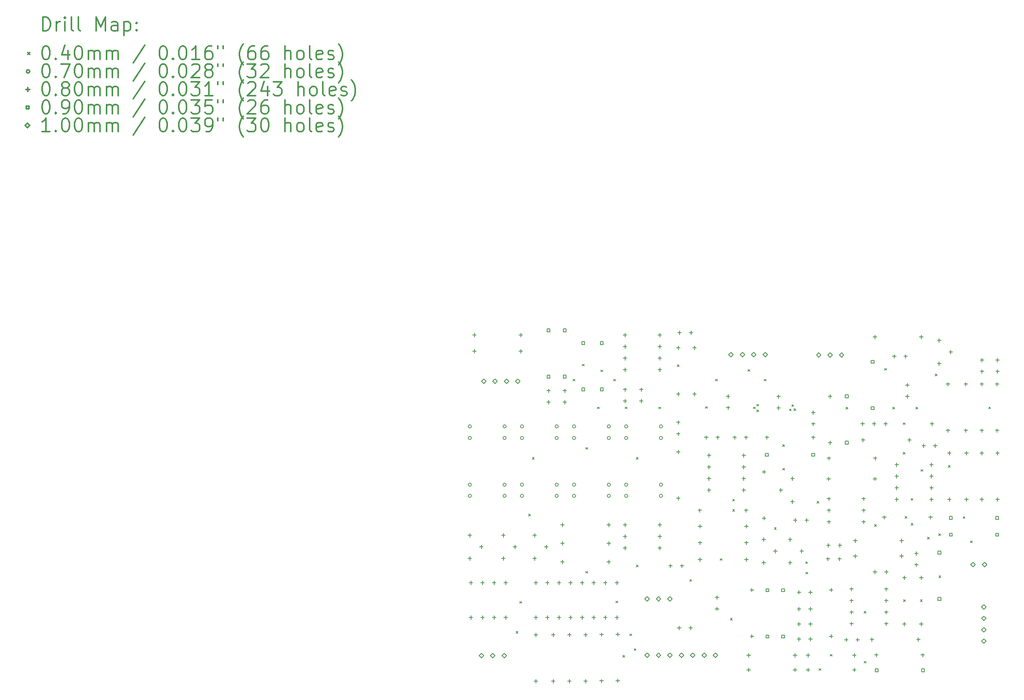
<source format=gbr>
%FSLAX45Y45*%
G04 Gerber Fmt 4.5, Leading zero omitted, Abs format (unit mm)*
G04 Created by KiCad (PCBNEW (5.1.4)-1) date 2021-10-08 21:51:13*
%MOMM*%
%LPD*%
G04 APERTURE LIST*
%ADD10C,0.200000*%
%ADD11C,0.300000*%
G04 APERTURE END LIST*
D10*
X10667304Y-13643930D02*
X10707304Y-13683930D01*
X10707304Y-13643930D02*
X10667304Y-13683930D01*
X10749600Y-12984800D02*
X10789600Y-13024800D01*
X10789600Y-12984800D02*
X10749600Y-13024800D01*
X10940100Y-11067100D02*
X10980100Y-11107100D01*
X10980100Y-11067100D02*
X10940100Y-11107100D01*
X11022650Y-9822500D02*
X11062650Y-9862500D01*
X11062650Y-9822500D02*
X11022650Y-9862500D01*
X11918000Y-8108000D02*
X11958000Y-8148000D01*
X11958000Y-8108000D02*
X11918000Y-8148000D01*
X12121200Y-7777800D02*
X12161200Y-7817800D01*
X12161200Y-7777800D02*
X12121200Y-7817800D01*
X12197400Y-9606600D02*
X12237400Y-9646600D01*
X12237400Y-9606600D02*
X12197400Y-9646600D01*
X12197400Y-12324400D02*
X12237400Y-12364400D01*
X12237400Y-12324400D02*
X12197400Y-12364400D01*
X12451400Y-8717600D02*
X12491400Y-8757600D01*
X12491400Y-8717600D02*
X12451400Y-8757600D01*
X12527600Y-7904800D02*
X12567600Y-7944800D01*
X12567600Y-7904800D02*
X12527600Y-7944800D01*
X12807000Y-8108000D02*
X12847000Y-8148000D01*
X12847000Y-8108000D02*
X12807000Y-8148000D01*
X12857546Y-12978450D02*
X12897546Y-13018450D01*
X12897546Y-12978450D02*
X12857546Y-13018450D01*
X13010200Y-14165900D02*
X13050200Y-14205900D01*
X13050200Y-14165900D02*
X13010200Y-14205900D01*
X13061000Y-8717600D02*
X13101000Y-8757600D01*
X13101000Y-8717600D02*
X13061000Y-8757600D01*
X13159806Y-13696000D02*
X13199806Y-13736000D01*
X13199806Y-13696000D02*
X13159806Y-13736000D01*
X13257850Y-14019850D02*
X13297850Y-14059850D01*
X13297850Y-14019850D02*
X13257850Y-14059850D01*
X13302300Y-9822500D02*
X13342300Y-9862500D01*
X13342300Y-9822500D02*
X13302300Y-9862500D01*
X13302300Y-12184700D02*
X13342300Y-12224700D01*
X13342300Y-12184700D02*
X13302300Y-12224700D01*
X13797600Y-8717600D02*
X13837600Y-8757600D01*
X13837600Y-8717600D02*
X13797600Y-8757600D01*
X14204000Y-7790500D02*
X14244000Y-7830500D01*
X14244000Y-7790500D02*
X14204000Y-7830500D01*
X14477050Y-12502200D02*
X14517050Y-12542200D01*
X14517050Y-12502200D02*
X14477050Y-12542200D01*
X14819950Y-8711250D02*
X14859950Y-8751250D01*
X14859950Y-8711250D02*
X14819950Y-8751250D01*
X15042200Y-8108000D02*
X15082200Y-8148000D01*
X15082200Y-8108000D02*
X15042200Y-8148000D01*
X15143800Y-12045000D02*
X15183800Y-12085000D01*
X15183800Y-12045000D02*
X15143800Y-12085000D01*
X15366050Y-13353100D02*
X15406050Y-13393100D01*
X15406050Y-13353100D02*
X15366050Y-13393100D01*
X15416850Y-10743250D02*
X15456850Y-10783250D01*
X15456850Y-10743250D02*
X15416850Y-10783250D01*
X15416850Y-10965500D02*
X15456850Y-11005500D01*
X15456850Y-10965500D02*
X15416850Y-11005500D01*
X15753400Y-7898450D02*
X15793400Y-7938450D01*
X15793400Y-7898450D02*
X15753400Y-7938450D01*
X15867700Y-8717600D02*
X15907700Y-8757600D01*
X15907700Y-8717600D02*
X15867700Y-8757600D01*
X15943900Y-8660450D02*
X15983900Y-8700450D01*
X15983900Y-8660450D02*
X15943900Y-8700450D01*
X15943900Y-8781100D02*
X15983900Y-8821100D01*
X15983900Y-8781100D02*
X15943900Y-8821100D01*
X16109000Y-8108000D02*
X16149000Y-8148000D01*
X16149000Y-8108000D02*
X16109000Y-8148000D01*
X16331250Y-11365550D02*
X16371250Y-11405550D01*
X16371250Y-11365550D02*
X16331250Y-11405550D01*
X16515400Y-9543100D02*
X16555400Y-9583100D01*
X16555400Y-9543100D02*
X16515400Y-9583100D01*
X16515400Y-10063800D02*
X16555400Y-10103800D01*
X16555400Y-10063800D02*
X16515400Y-10103800D01*
X16661450Y-8762050D02*
X16701450Y-8802050D01*
X16701450Y-8762050D02*
X16661450Y-8802050D01*
X16712250Y-8666800D02*
X16752250Y-8706800D01*
X16752250Y-8666800D02*
X16712250Y-8706800D01*
X16756700Y-8755700D02*
X16796700Y-8795700D01*
X16796700Y-8755700D02*
X16756700Y-8795700D01*
X17017050Y-12114850D02*
X17057050Y-12154850D01*
X17057050Y-12114850D02*
X17017050Y-12154850D01*
X17023400Y-12343450D02*
X17063400Y-12383450D01*
X17063400Y-12343450D02*
X17023400Y-12383450D01*
X17264700Y-10787700D02*
X17304700Y-10827700D01*
X17304700Y-10787700D02*
X17264700Y-10827700D01*
X17309150Y-14458000D02*
X17349150Y-14498000D01*
X17349150Y-14458000D02*
X17309150Y-14498000D01*
X17556800Y-14146850D02*
X17596800Y-14186850D01*
X17596800Y-14146850D02*
X17556800Y-14186850D01*
X17899700Y-8723950D02*
X17939700Y-8763950D01*
X17939700Y-8723950D02*
X17899700Y-8763950D01*
X18299750Y-13200700D02*
X18339750Y-13240700D01*
X18339750Y-13200700D02*
X18299750Y-13240700D01*
X18299750Y-14299250D02*
X18339750Y-14339250D01*
X18339750Y-14299250D02*
X18299750Y-14339250D01*
X18528350Y-11295700D02*
X18568350Y-11335700D01*
X18568350Y-11295700D02*
X18528350Y-11335700D01*
X18750600Y-7873050D02*
X18790600Y-7913050D01*
X18790600Y-7873050D02*
X18750600Y-7913050D01*
X18928400Y-8723950D02*
X18968400Y-8763950D01*
X18968400Y-8723950D02*
X18928400Y-8763950D01*
X19153825Y-9711375D02*
X19193825Y-9751375D01*
X19193825Y-9711375D02*
X19153825Y-9751375D01*
X19157000Y-9066850D02*
X19197000Y-9106850D01*
X19197000Y-9066850D02*
X19157000Y-9106850D01*
X19163350Y-12946700D02*
X19203350Y-12986700D01*
X19203350Y-12946700D02*
X19163350Y-12986700D01*
X19195100Y-11117900D02*
X19235100Y-11157900D01*
X19235100Y-11117900D02*
X19195100Y-11157900D01*
X19328450Y-10724200D02*
X19368450Y-10764200D01*
X19368450Y-10724200D02*
X19328450Y-10764200D01*
X19328450Y-11270300D02*
X19368450Y-11310300D01*
X19368450Y-11270300D02*
X19328450Y-11310300D01*
X19436400Y-8723950D02*
X19476400Y-8763950D01*
X19476400Y-8723950D02*
X19436400Y-8763950D01*
X19531650Y-12946700D02*
X19571650Y-12986700D01*
X19571650Y-12946700D02*
X19531650Y-12986700D01*
X19544350Y-10089200D02*
X19584350Y-10129200D01*
X19584350Y-10089200D02*
X19544350Y-10129200D01*
X19690400Y-11575100D02*
X19730400Y-11615100D01*
X19730400Y-11575100D02*
X19690400Y-11615100D01*
X19855500Y-7993700D02*
X19895500Y-8033700D01*
X19895500Y-7993700D02*
X19855500Y-8033700D01*
X19931700Y-11498900D02*
X19971700Y-11538900D01*
X19971700Y-11498900D02*
X19931700Y-11538900D01*
X19938800Y-12420400D02*
X19978800Y-12460400D01*
X19978800Y-12420400D02*
X19938800Y-12460400D01*
X20147600Y-10000300D02*
X20187600Y-10040300D01*
X20187600Y-10000300D02*
X20147600Y-10040300D01*
X20471450Y-11124250D02*
X20511450Y-11164250D01*
X20511450Y-11124250D02*
X20471450Y-11164250D01*
X20630200Y-11657650D02*
X20670200Y-11697650D01*
X20670200Y-11657650D02*
X20630200Y-11697650D01*
X21030250Y-8717600D02*
X21070250Y-8757600D01*
X21070250Y-8717600D02*
X21030250Y-8757600D01*
X10830000Y-9144000D02*
G75*
G03X10830000Y-9144000I-35000J0D01*
G01*
X10830000Y-9398000D02*
G75*
G03X10830000Y-9398000I-35000J0D01*
G01*
X10830000Y-10424000D02*
G75*
G03X10830000Y-10424000I-35000J0D01*
G01*
X10830000Y-10668000D02*
G75*
G03X10830000Y-10668000I-35000J0D01*
G01*
X11592000Y-9144000D02*
G75*
G03X11592000Y-9144000I-35000J0D01*
G01*
X11592000Y-9398000D02*
G75*
G03X11592000Y-9398000I-35000J0D01*
G01*
X11592000Y-10424000D02*
G75*
G03X11592000Y-10424000I-35000J0D01*
G01*
X11592000Y-10668000D02*
G75*
G03X11592000Y-10668000I-35000J0D01*
G01*
X13116000Y-9144000D02*
G75*
G03X13116000Y-9144000I-35000J0D01*
G01*
X13116000Y-9398000D02*
G75*
G03X13116000Y-9398000I-35000J0D01*
G01*
X13116000Y-10424000D02*
G75*
G03X13116000Y-10424000I-35000J0D01*
G01*
X13116000Y-10668000D02*
G75*
G03X13116000Y-10668000I-35000J0D01*
G01*
X13878000Y-9144000D02*
G75*
G03X13878000Y-9144000I-35000J0D01*
G01*
X13878000Y-9398000D02*
G75*
G03X13878000Y-9398000I-35000J0D01*
G01*
X13878000Y-10424000D02*
G75*
G03X13878000Y-10424000I-35000J0D01*
G01*
X13878000Y-10668000D02*
G75*
G03X13878000Y-10668000I-35000J0D01*
G01*
X11973000Y-9144000D02*
G75*
G03X11973000Y-9144000I-35000J0D01*
G01*
X11973000Y-9398000D02*
G75*
G03X11973000Y-9398000I-35000J0D01*
G01*
X11973000Y-10424000D02*
G75*
G03X11973000Y-10424000I-35000J0D01*
G01*
X11973000Y-10668000D02*
G75*
G03X11973000Y-10668000I-35000J0D01*
G01*
X12735000Y-9144000D02*
G75*
G03X12735000Y-9144000I-35000J0D01*
G01*
X12735000Y-9398000D02*
G75*
G03X12735000Y-9398000I-35000J0D01*
G01*
X12735000Y-10424000D02*
G75*
G03X12735000Y-10424000I-35000J0D01*
G01*
X12735000Y-10668000D02*
G75*
G03X12735000Y-10668000I-35000J0D01*
G01*
X9687000Y-9144000D02*
G75*
G03X9687000Y-9144000I-35000J0D01*
G01*
X9687000Y-9398000D02*
G75*
G03X9687000Y-9398000I-35000J0D01*
G01*
X9687000Y-10424000D02*
G75*
G03X9687000Y-10424000I-35000J0D01*
G01*
X9687000Y-10668000D02*
G75*
G03X9687000Y-10668000I-35000J0D01*
G01*
X10449000Y-9144000D02*
G75*
G03X10449000Y-9144000I-35000J0D01*
G01*
X10449000Y-9398000D02*
G75*
G03X10449000Y-9398000I-35000J0D01*
G01*
X10449000Y-10424000D02*
G75*
G03X10449000Y-10424000I-35000J0D01*
G01*
X10449000Y-10668000D02*
G75*
G03X10449000Y-10668000I-35000J0D01*
G01*
X18275300Y-9402450D02*
X18275300Y-9482450D01*
X18235300Y-9442450D02*
X18315300Y-9442450D01*
X19291300Y-9402450D02*
X19291300Y-9482450D01*
X19251300Y-9442450D02*
X19331300Y-9442450D01*
X17551400Y-8443600D02*
X17551400Y-8523600D01*
X17511400Y-8483600D02*
X17591400Y-8483600D01*
X17551400Y-9459600D02*
X17551400Y-9539600D01*
X17511400Y-9499600D02*
X17591400Y-9499600D01*
X20529550Y-8176900D02*
X20529550Y-8256900D01*
X20489550Y-8216900D02*
X20569550Y-8216900D01*
X20529550Y-9192900D02*
X20529550Y-9272900D01*
X20489550Y-9232900D02*
X20569550Y-9232900D01*
X16871950Y-13110850D02*
X16871950Y-13190850D01*
X16831950Y-13150850D02*
X16911950Y-13150850D01*
X17121950Y-13110850D02*
X17121950Y-13190850D01*
X17081950Y-13150850D02*
X17161950Y-13150850D01*
X20167600Y-9688200D02*
X20167600Y-9768200D01*
X20127600Y-9728200D02*
X20207600Y-9728200D01*
X20167600Y-10704200D02*
X20167600Y-10784200D01*
X20127600Y-10744200D02*
X20207600Y-10744200D01*
X18958750Y-7567300D02*
X18958750Y-7647300D01*
X18918750Y-7607300D02*
X18998750Y-7607300D01*
X19208750Y-7567300D02*
X19208750Y-7647300D01*
X19168750Y-7607300D02*
X19248750Y-7607300D01*
X12192000Y-13676000D02*
X12192000Y-13756000D01*
X12152000Y-13716000D02*
X12232000Y-13716000D01*
X12192000Y-14692000D02*
X12192000Y-14772000D01*
X12152000Y-14732000D02*
X12232000Y-14732000D01*
X16097250Y-11586850D02*
X16097250Y-11666850D01*
X16057250Y-11626850D02*
X16137250Y-11626850D01*
X16097250Y-12094850D02*
X16097250Y-12174850D01*
X16057250Y-12134850D02*
X16137250Y-12134850D01*
X16351250Y-11840850D02*
X16351250Y-11920850D01*
X16311250Y-11880850D02*
X16391250Y-11880850D01*
X13411200Y-8295200D02*
X13411200Y-8375200D01*
X13371200Y-8335200D02*
X13451200Y-8335200D01*
X13411200Y-8545200D02*
X13411200Y-8625200D01*
X13371200Y-8585200D02*
X13451200Y-8585200D01*
X11099800Y-12533000D02*
X11099800Y-12613000D01*
X11059800Y-12573000D02*
X11139800Y-12573000D01*
X11099800Y-13295000D02*
X11099800Y-13375000D01*
X11059800Y-13335000D02*
X11139800Y-13335000D01*
X11353800Y-12533000D02*
X11353800Y-12613000D01*
X11313800Y-12573000D02*
X11393800Y-12573000D01*
X11353800Y-13295000D02*
X11353800Y-13375000D01*
X11313800Y-13335000D02*
X11393800Y-13335000D01*
X11607800Y-12533000D02*
X11607800Y-12613000D01*
X11567800Y-12573000D02*
X11647800Y-12573000D01*
X11607800Y-13295000D02*
X11607800Y-13375000D01*
X11567800Y-13335000D02*
X11647800Y-13335000D01*
X11861800Y-12533000D02*
X11861800Y-12613000D01*
X11821800Y-12573000D02*
X11901800Y-12573000D01*
X11861800Y-13295000D02*
X11861800Y-13375000D01*
X11821800Y-13335000D02*
X11901800Y-13335000D01*
X12115800Y-12533000D02*
X12115800Y-12613000D01*
X12075800Y-12573000D02*
X12155800Y-12573000D01*
X12115800Y-13295000D02*
X12115800Y-13375000D01*
X12075800Y-13335000D02*
X12155800Y-13335000D01*
X12369800Y-12533000D02*
X12369800Y-12613000D01*
X12329800Y-12573000D02*
X12409800Y-12573000D01*
X12369800Y-13295000D02*
X12369800Y-13375000D01*
X12329800Y-13335000D02*
X12409800Y-13335000D01*
X12623800Y-12533000D02*
X12623800Y-12613000D01*
X12583800Y-12573000D02*
X12663800Y-12573000D01*
X12623800Y-13295000D02*
X12623800Y-13375000D01*
X12583800Y-13335000D02*
X12663800Y-13335000D01*
X12877800Y-12533000D02*
X12877800Y-12613000D01*
X12837800Y-12573000D02*
X12917800Y-12573000D01*
X12877800Y-13295000D02*
X12877800Y-13375000D01*
X12837800Y-13335000D02*
X12917800Y-13335000D01*
X12895072Y-13665840D02*
X12895072Y-13745840D01*
X12855072Y-13705840D02*
X12935072Y-13705840D01*
X12895072Y-14681840D02*
X12895072Y-14761840D01*
X12855072Y-14721840D02*
X12935072Y-14721840D01*
X17526000Y-10691500D02*
X17526000Y-10771500D01*
X17486000Y-10731500D02*
X17566000Y-10731500D01*
X17526000Y-10945500D02*
X17526000Y-11025500D01*
X17486000Y-10985500D02*
X17566000Y-10985500D01*
X17526000Y-11199500D02*
X17526000Y-11279500D01*
X17486000Y-11239500D02*
X17566000Y-11239500D01*
X18288000Y-10691500D02*
X18288000Y-10771500D01*
X18248000Y-10731500D02*
X18328000Y-10731500D01*
X18288000Y-10945500D02*
X18288000Y-11025500D01*
X18248000Y-10985500D02*
X18328000Y-10985500D01*
X18288000Y-11199500D02*
X18288000Y-11279500D01*
X18248000Y-11239500D02*
X18328000Y-11239500D01*
X11379200Y-8320600D02*
X11379200Y-8400600D01*
X11339200Y-8360600D02*
X11419200Y-8360600D01*
X11379200Y-8570600D02*
X11379200Y-8650600D01*
X11339200Y-8610600D02*
X11419200Y-8610600D01*
X20878800Y-9688200D02*
X20878800Y-9768200D01*
X20838800Y-9728200D02*
X20918800Y-9728200D01*
X20878800Y-10704200D02*
X20878800Y-10784200D01*
X20838800Y-10744200D02*
X20918800Y-10744200D01*
X16103600Y-10100950D02*
X16103600Y-10180950D01*
X16063600Y-10140950D02*
X16143600Y-10140950D01*
X16103600Y-11116950D02*
X16103600Y-11196950D01*
X16063600Y-11156950D02*
X16143600Y-11156950D01*
X14700250Y-11294750D02*
X14700250Y-11374750D01*
X14660250Y-11334750D02*
X14740250Y-11334750D01*
X15716250Y-11294750D02*
X15716250Y-11374750D01*
X15676250Y-11334750D02*
X15756250Y-11334750D01*
X11480800Y-13676000D02*
X11480800Y-13756000D01*
X11440800Y-13716000D02*
X11520800Y-13716000D01*
X11480800Y-14692000D02*
X11480800Y-14772000D01*
X11440800Y-14732000D02*
X11520800Y-14732000D01*
X15459900Y-9345300D02*
X15459900Y-9425300D01*
X15419900Y-9385300D02*
X15499900Y-9385300D01*
X15709900Y-9345300D02*
X15709900Y-9425300D01*
X15669900Y-9385300D02*
X15749900Y-9385300D01*
X17907000Y-13783950D02*
X17907000Y-13863950D01*
X17867000Y-13823950D02*
X17947000Y-13823950D01*
X18157000Y-13783950D02*
X18157000Y-13863950D01*
X18117000Y-13823950D02*
X18197000Y-13823950D01*
X14700250Y-11656700D02*
X14700250Y-11736700D01*
X14660250Y-11696700D02*
X14740250Y-11696700D01*
X15716250Y-11656700D02*
X15716250Y-11736700D01*
X15676250Y-11696700D02*
X15756250Y-11696700D01*
X11684000Y-11669400D02*
X11684000Y-11749400D01*
X11644000Y-11709400D02*
X11724000Y-11709400D01*
X12700000Y-11669400D02*
X12700000Y-11749400D01*
X12660000Y-11709400D02*
X12740000Y-11709400D01*
X16871950Y-13771250D02*
X16871950Y-13851250D01*
X16831950Y-13811250D02*
X16911950Y-13811250D01*
X17121950Y-13771250D02*
X17121950Y-13851250D01*
X17081950Y-13811250D02*
X17161950Y-13811250D01*
X18021300Y-12672700D02*
X18021300Y-12752700D01*
X17981300Y-12712700D02*
X18061300Y-12712700D01*
X18021300Y-12926700D02*
X18021300Y-13006700D01*
X17981300Y-12966700D02*
X18061300Y-12966700D01*
X18021300Y-13180700D02*
X18021300Y-13260700D01*
X17981300Y-13220700D02*
X18061300Y-13220700D01*
X18021300Y-13434700D02*
X18021300Y-13514700D01*
X17981300Y-13474700D02*
X18061300Y-13474700D01*
X18783300Y-12672700D02*
X18783300Y-12752700D01*
X18743300Y-12712700D02*
X18823300Y-12712700D01*
X18783300Y-12926700D02*
X18783300Y-13006700D01*
X18743300Y-12966700D02*
X18823300Y-12966700D01*
X18783300Y-13180700D02*
X18783300Y-13260700D01*
X18743300Y-13220700D02*
X18823300Y-13220700D01*
X18783300Y-13434700D02*
X18783300Y-13514700D01*
X18743300Y-13474700D02*
X18823300Y-13474700D01*
X11074400Y-11491600D02*
X11074400Y-11571600D01*
X11034400Y-11531600D02*
X11114400Y-11531600D01*
X11074400Y-11999600D02*
X11074400Y-12079600D01*
X11034400Y-12039600D02*
X11114400Y-12039600D01*
X11328400Y-11745600D02*
X11328400Y-11825600D01*
X11288400Y-11785600D02*
X11368400Y-11785600D01*
X20885150Y-7647500D02*
X20885150Y-7727500D01*
X20845150Y-7687500D02*
X20925150Y-7687500D01*
X20885150Y-7897500D02*
X20885150Y-7977500D01*
X20845150Y-7937500D02*
X20925150Y-7937500D01*
X16471900Y-10501000D02*
X16471900Y-10581000D01*
X16431900Y-10541000D02*
X16511900Y-10541000D01*
X16725900Y-10247000D02*
X16725900Y-10327000D01*
X16685900Y-10287000D02*
X16765900Y-10287000D01*
X16725900Y-10755000D02*
X16725900Y-10835000D01*
X16685900Y-10795000D02*
X16765900Y-10795000D01*
X19551650Y-12425050D02*
X19551650Y-12505050D01*
X19511650Y-12465050D02*
X19591650Y-12465050D01*
X19551650Y-13441050D02*
X19551650Y-13521050D01*
X19511650Y-13481050D02*
X19591650Y-13481050D01*
X19011900Y-9942200D02*
X19011900Y-10022200D01*
X18971900Y-9982200D02*
X19051900Y-9982200D01*
X19011900Y-10196200D02*
X19011900Y-10276200D01*
X18971900Y-10236200D02*
X19051900Y-10236200D01*
X19011900Y-10450200D02*
X19011900Y-10530200D01*
X18971900Y-10490200D02*
X19051900Y-10490200D01*
X19011900Y-10704200D02*
X19011900Y-10784200D01*
X18971900Y-10744200D02*
X19051900Y-10744200D01*
X19773900Y-9942200D02*
X19773900Y-10022200D01*
X19733900Y-9982200D02*
X19813900Y-9982200D01*
X19773900Y-10196200D02*
X19773900Y-10276200D01*
X19733900Y-10236200D02*
X19813900Y-10236200D01*
X19773900Y-10450200D02*
X19773900Y-10530200D01*
X19733900Y-10490200D02*
X19813900Y-10490200D01*
X19773900Y-10704200D02*
X19773900Y-10784200D01*
X19733900Y-10744200D02*
X19813900Y-10744200D01*
X19606450Y-9529450D02*
X19606450Y-9609450D01*
X19566450Y-9569450D02*
X19646450Y-9569450D01*
X19856450Y-9529450D02*
X19856450Y-9609450D01*
X19816450Y-9569450D02*
X19896450Y-9569450D01*
X17506950Y-12012300D02*
X17506950Y-12092300D01*
X17466950Y-12052300D02*
X17546950Y-12052300D01*
X17760950Y-12012300D02*
X17760950Y-12092300D01*
X17720950Y-12052300D02*
X17800950Y-12052300D01*
X19246850Y-8195950D02*
X19246850Y-8275950D01*
X19206850Y-8235950D02*
X19286850Y-8235950D01*
X19246850Y-8445950D02*
X19246850Y-8525950D01*
X19206850Y-8485950D02*
X19286850Y-8485950D01*
X14700250Y-12025000D02*
X14700250Y-12105000D01*
X14660250Y-12065000D02*
X14740250Y-12065000D01*
X15716250Y-12025000D02*
X15716250Y-12105000D01*
X15676250Y-12065000D02*
X15756250Y-12065000D01*
X18472150Y-13777600D02*
X18472150Y-13857600D01*
X18432150Y-13817600D02*
X18512150Y-13817600D01*
X19488150Y-13777600D02*
X19488150Y-13857600D01*
X19448150Y-13817600D02*
X19528150Y-13817600D01*
X18535650Y-7141850D02*
X18535650Y-7221850D01*
X18495650Y-7181850D02*
X18575650Y-7181850D01*
X19551650Y-7141850D02*
X19551650Y-7221850D01*
X19511650Y-7181850D02*
X19591650Y-7181850D01*
X9753600Y-7453000D02*
X9753600Y-7533000D01*
X9713600Y-7493000D02*
X9793600Y-7493000D01*
X10769600Y-7453000D02*
X10769600Y-7533000D01*
X10729600Y-7493000D02*
X10809600Y-7493000D01*
X18103850Y-11612250D02*
X18103850Y-11692250D01*
X18063850Y-11652250D02*
X18143850Y-11652250D01*
X19119850Y-11612250D02*
X19119850Y-11692250D01*
X19079850Y-11652250D02*
X19159850Y-11652250D01*
X17519650Y-10253350D02*
X17519650Y-10333350D01*
X17479650Y-10293350D02*
X17559650Y-10293350D01*
X18535650Y-10253350D02*
X18535650Y-10333350D01*
X18495650Y-10293350D02*
X18575650Y-10293350D01*
X14224000Y-7376800D02*
X14224000Y-7456800D01*
X14184000Y-7416800D02*
X14264000Y-7416800D01*
X14224000Y-8392800D02*
X14224000Y-8472800D01*
X14184000Y-8432800D02*
X14264000Y-8432800D01*
X9652000Y-11491600D02*
X9652000Y-11571600D01*
X9612000Y-11531600D02*
X9692000Y-11531600D01*
X9652000Y-11999600D02*
X9652000Y-12079600D01*
X9612000Y-12039600D02*
X9692000Y-12039600D01*
X9906000Y-11745600D02*
X9906000Y-11825600D01*
X9866000Y-11785600D02*
X9946000Y-11785600D01*
X21215350Y-8176900D02*
X21215350Y-8256900D01*
X21175350Y-8216900D02*
X21255350Y-8216900D01*
X21215350Y-9192900D02*
X21215350Y-9272900D01*
X21175350Y-9232900D02*
X21255350Y-9232900D01*
X14249400Y-7046600D02*
X14249400Y-7126600D01*
X14209400Y-7086600D02*
X14289400Y-7086600D01*
X14503400Y-7046600D02*
X14503400Y-7126600D01*
X14463400Y-7086600D02*
X14543400Y-7086600D01*
X18738850Y-11097900D02*
X18738850Y-11177900D01*
X18698850Y-11137900D02*
X18778850Y-11137900D01*
X19754850Y-11097900D02*
X19754850Y-11177900D01*
X19714850Y-11137900D02*
X19794850Y-11137900D01*
X13055600Y-8295200D02*
X13055600Y-8375200D01*
X13015600Y-8335200D02*
X13095600Y-8335200D01*
X13055600Y-8545200D02*
X13055600Y-8625200D01*
X13015600Y-8585200D02*
X13095600Y-8585200D01*
X13055600Y-7097400D02*
X13055600Y-7177400D01*
X13015600Y-7137400D02*
X13095600Y-7137400D01*
X13055600Y-7351400D02*
X13055600Y-7431400D01*
X13015600Y-7391400D02*
X13095600Y-7391400D01*
X13055600Y-7605400D02*
X13055600Y-7685400D01*
X13015600Y-7645400D02*
X13095600Y-7645400D01*
X13055600Y-7859400D02*
X13055600Y-7939400D01*
X13015600Y-7899400D02*
X13095600Y-7899400D01*
X13817600Y-7097400D02*
X13817600Y-7177400D01*
X13777600Y-7137400D02*
X13857600Y-7137400D01*
X13817600Y-7351400D02*
X13817600Y-7431400D01*
X13777600Y-7391400D02*
X13857600Y-7391400D01*
X13817600Y-7605400D02*
X13817600Y-7685400D01*
X13777600Y-7645400D02*
X13857600Y-7645400D01*
X13817600Y-7859400D02*
X13817600Y-7939400D01*
X13777600Y-7899400D02*
X13857600Y-7899400D01*
X12541250Y-13671936D02*
X12541250Y-13751936D01*
X12501250Y-13711936D02*
X12581250Y-13711936D01*
X12541250Y-14687936D02*
X12541250Y-14767936D01*
X12501250Y-14727936D02*
X12581250Y-14727936D01*
X11734800Y-8320600D02*
X11734800Y-8400600D01*
X11694800Y-8360600D02*
X11774800Y-8360600D01*
X11734800Y-8570600D02*
X11734800Y-8650600D01*
X11694800Y-8610600D02*
X11774800Y-8610600D01*
X16789400Y-11161400D02*
X16789400Y-11241400D01*
X16749400Y-11201400D02*
X16829400Y-11201400D01*
X17039400Y-11161400D02*
X17039400Y-11241400D01*
X16999400Y-11201400D02*
X17079400Y-11201400D01*
X10388600Y-11491600D02*
X10388600Y-11571600D01*
X10348600Y-11531600D02*
X10428600Y-11531600D01*
X10388600Y-11999600D02*
X10388600Y-12079600D01*
X10348600Y-12039600D02*
X10428600Y-12039600D01*
X10642600Y-11745600D02*
X10642600Y-11825600D01*
X10602600Y-11785600D02*
X10682600Y-11785600D01*
X20542250Y-9688200D02*
X20542250Y-9768200D01*
X20502250Y-9728200D02*
X20582250Y-9728200D01*
X20542250Y-10704200D02*
X20542250Y-10784200D01*
X20502250Y-10744200D02*
X20582250Y-10744200D01*
X16675100Y-11586850D02*
X16675100Y-11666850D01*
X16635100Y-11626850D02*
X16715100Y-11626850D01*
X16675100Y-12094850D02*
X16675100Y-12174850D01*
X16635100Y-12134850D02*
X16715100Y-12134850D01*
X16929100Y-11840850D02*
X16929100Y-11920850D01*
X16889100Y-11880850D02*
X16969100Y-11880850D01*
X15767050Y-14126850D02*
X15767050Y-14206850D01*
X15727050Y-14166850D02*
X15807050Y-14166850D01*
X16783050Y-14126850D02*
X16783050Y-14206850D01*
X16743050Y-14166850D02*
X16823050Y-14166850D01*
X11684000Y-12075800D02*
X11684000Y-12155800D01*
X11644000Y-12115800D02*
X11724000Y-12115800D01*
X12700000Y-12075800D02*
X12700000Y-12155800D01*
X12660000Y-12115800D02*
X12740000Y-12115800D01*
X16421100Y-8447600D02*
X16421100Y-8527600D01*
X16381100Y-8487600D02*
X16461100Y-8487600D01*
X16421100Y-8697600D02*
X16421100Y-8777600D01*
X16381100Y-8737600D02*
X16461100Y-8737600D01*
X18535650Y-12298050D02*
X18535650Y-12378050D01*
X18495650Y-12338050D02*
X18575650Y-12338050D01*
X18785650Y-12298050D02*
X18785650Y-12378050D01*
X18745650Y-12338050D02*
X18825650Y-12338050D01*
X9753600Y-7097400D02*
X9753600Y-7177400D01*
X9713600Y-7137400D02*
X9793600Y-7137400D01*
X10769600Y-7097400D02*
X10769600Y-7177400D01*
X10729600Y-7137400D02*
X10809600Y-7137400D01*
X16871950Y-12742550D02*
X16871950Y-12822550D01*
X16831950Y-12782550D02*
X16911950Y-12782550D01*
X17121950Y-12742550D02*
X17121950Y-12822550D01*
X17081950Y-12782550D02*
X17161950Y-12782550D01*
X14224000Y-9015100D02*
X14224000Y-9095100D01*
X14184000Y-9055100D02*
X14264000Y-9055100D01*
X14224000Y-9269100D02*
X14224000Y-9349100D01*
X14184000Y-9309100D02*
X14264000Y-9309100D01*
X17068800Y-14444350D02*
X17068800Y-14524350D01*
X17028800Y-14484350D02*
X17108800Y-14484350D01*
X18084800Y-14444350D02*
X18084800Y-14524350D01*
X18044800Y-14484350D02*
X18124800Y-14484350D01*
X14224000Y-9662800D02*
X14224000Y-9742800D01*
X14184000Y-9702800D02*
X14264000Y-9702800D01*
X14224000Y-10678800D02*
X14224000Y-10758800D01*
X14184000Y-10718800D02*
X14264000Y-10718800D01*
X18567400Y-14120500D02*
X18567400Y-14200500D01*
X18527400Y-14160500D02*
X18607400Y-14160500D01*
X19583400Y-14120500D02*
X19583400Y-14200500D01*
X19543400Y-14160500D02*
X19623400Y-14160500D01*
X20135850Y-8176900D02*
X20135850Y-8256900D01*
X20095850Y-8216900D02*
X20175850Y-8216900D01*
X20135850Y-9192900D02*
X20135850Y-9272900D01*
X20095850Y-9232900D02*
X20175850Y-9232900D01*
X17576800Y-12691750D02*
X17576800Y-12771750D01*
X17536800Y-12731750D02*
X17616800Y-12731750D01*
X17576800Y-13707750D02*
X17576800Y-13787750D01*
X17536800Y-13747750D02*
X17616800Y-13747750D01*
X16871950Y-13441050D02*
X16871950Y-13521050D01*
X16831950Y-13481050D02*
X16911950Y-13481050D01*
X17121950Y-13441050D02*
X17121950Y-13521050D01*
X17081950Y-13481050D02*
X17161950Y-13481050D01*
X18770600Y-9046850D02*
X18770600Y-9126850D01*
X18730600Y-9086850D02*
X18810600Y-9086850D01*
X19786600Y-9046850D02*
X19786600Y-9126850D01*
X19746600Y-9086850D02*
X19826600Y-9086850D01*
X17513300Y-11713850D02*
X17513300Y-11793850D01*
X17473300Y-11753850D02*
X17553300Y-11753850D01*
X17767300Y-11713850D02*
X17767300Y-11793850D01*
X17727300Y-11753850D02*
X17807300Y-11753850D01*
X19945350Y-7218050D02*
X19945350Y-7298050D01*
X19905350Y-7258050D02*
X19985350Y-7258050D01*
X19945350Y-7726050D02*
X19945350Y-7806050D01*
X19905350Y-7766050D02*
X19985350Y-7766050D01*
X20199350Y-7472050D02*
X20199350Y-7552050D01*
X20159350Y-7512050D02*
X20239350Y-7512050D01*
X15074392Y-12856342D02*
X15074392Y-12936342D01*
X15034392Y-12896342D02*
X15114392Y-12896342D01*
X15074392Y-13106342D02*
X15074392Y-13186342D01*
X15034392Y-13146342D02*
X15114392Y-13146342D01*
X19183350Y-12425050D02*
X19183350Y-12505050D01*
X19143350Y-12465050D02*
X19223350Y-12465050D01*
X19183350Y-13441050D02*
X19183350Y-13521050D01*
X19143350Y-13481050D02*
X19223350Y-13481050D01*
X9677400Y-12533000D02*
X9677400Y-12613000D01*
X9637400Y-12573000D02*
X9717400Y-12573000D01*
X9677400Y-13295000D02*
X9677400Y-13375000D01*
X9637400Y-13335000D02*
X9717400Y-13335000D01*
X9931400Y-12533000D02*
X9931400Y-12613000D01*
X9891400Y-12573000D02*
X9971400Y-12573000D01*
X9931400Y-13295000D02*
X9931400Y-13375000D01*
X9891400Y-13335000D02*
X9971400Y-13335000D01*
X10185400Y-12533000D02*
X10185400Y-12613000D01*
X10145400Y-12573000D02*
X10225400Y-12573000D01*
X10185400Y-13295000D02*
X10185400Y-13375000D01*
X10145400Y-13335000D02*
X10225400Y-13335000D01*
X10439400Y-12533000D02*
X10439400Y-12613000D01*
X10399400Y-12573000D02*
X10479400Y-12573000D01*
X10439400Y-13295000D02*
X10439400Y-13375000D01*
X10399400Y-13335000D02*
X10479400Y-13335000D01*
X11836400Y-13676000D02*
X11836400Y-13756000D01*
X11796400Y-13716000D02*
X11876400Y-13716000D01*
X11836400Y-14692000D02*
X11836400Y-14772000D01*
X11796400Y-14732000D02*
X11876400Y-14732000D01*
X20878800Y-8176900D02*
X20878800Y-8256900D01*
X20838800Y-8216900D02*
X20918800Y-8216900D01*
X20878800Y-9192900D02*
X20878800Y-9272900D01*
X20838800Y-9232900D02*
X20918800Y-9232900D01*
X17526000Y-9802500D02*
X17526000Y-9882500D01*
X17486000Y-9842500D02*
X17566000Y-9842500D01*
X18542000Y-9802500D02*
X18542000Y-9882500D01*
X18502000Y-9842500D02*
X18582000Y-9842500D01*
X21221700Y-9688200D02*
X21221700Y-9768200D01*
X21181700Y-9728200D02*
X21261700Y-9728200D01*
X21221700Y-10704200D02*
X21221700Y-10784200D01*
X21181700Y-10744200D02*
X21261700Y-10744200D01*
X17183100Y-8799200D02*
X17183100Y-8879200D01*
X17143100Y-8839200D02*
X17223100Y-8839200D01*
X17183100Y-9049200D02*
X17183100Y-9129200D01*
X17143100Y-9089200D02*
X17223100Y-9089200D01*
X15836900Y-12691750D02*
X15836900Y-12771750D01*
X15796900Y-12731750D02*
X15876900Y-12731750D01*
X15836900Y-13707750D02*
X15836900Y-13787750D01*
X15796900Y-13747750D02*
X15876900Y-13747750D01*
X11684000Y-11263000D02*
X11684000Y-11343000D01*
X11644000Y-11303000D02*
X11724000Y-11303000D01*
X12700000Y-11263000D02*
X12700000Y-11343000D01*
X12660000Y-11303000D02*
X12740000Y-11303000D01*
X14837600Y-9345300D02*
X14837600Y-9425300D01*
X14797600Y-9385300D02*
X14877600Y-9385300D01*
X15087600Y-9345300D02*
X15087600Y-9425300D01*
X15047600Y-9385300D02*
X15127600Y-9385300D01*
X18103850Y-11948800D02*
X18103850Y-12028800D01*
X18063850Y-11988800D02*
X18143850Y-11988800D01*
X19119850Y-11948800D02*
X19119850Y-12028800D01*
X19079850Y-11988800D02*
X19159850Y-11988800D01*
X13055600Y-11263000D02*
X13055600Y-11343000D01*
X13015600Y-11303000D02*
X13095600Y-11303000D01*
X13055600Y-11517000D02*
X13055600Y-11597000D01*
X13015600Y-11557000D02*
X13095600Y-11557000D01*
X13055600Y-11771000D02*
X13055600Y-11851000D01*
X13015600Y-11811000D02*
X13095600Y-11811000D01*
X13817600Y-11263000D02*
X13817600Y-11343000D01*
X13777600Y-11303000D02*
X13857600Y-11303000D01*
X13817600Y-11517000D02*
X13817600Y-11597000D01*
X13777600Y-11557000D02*
X13857600Y-11557000D01*
X13817600Y-11771000D02*
X13817600Y-11851000D01*
X13777600Y-11811000D02*
X13857600Y-11811000D01*
X15316200Y-8443600D02*
X15316200Y-8523600D01*
X15276200Y-8483600D02*
X15356200Y-8483600D01*
X15316200Y-8693600D02*
X15316200Y-8773600D01*
X15276200Y-8733600D02*
X15356200Y-8733600D01*
X19443700Y-11889300D02*
X19443700Y-11969300D01*
X19403700Y-11929300D02*
X19483700Y-11929300D01*
X19443700Y-12139300D02*
X19443700Y-12219300D01*
X19403700Y-12179300D02*
X19483700Y-12179300D01*
X16167100Y-9345300D02*
X16167100Y-9425300D01*
X16127100Y-9385300D02*
X16207100Y-9385300D01*
X17183100Y-9345300D02*
X17183100Y-9425300D01*
X17143100Y-9385300D02*
X17223100Y-9385300D01*
X14693900Y-10945500D02*
X14693900Y-11025500D01*
X14653900Y-10985500D02*
X14733900Y-10985500D01*
X15709900Y-10945500D02*
X15709900Y-11025500D01*
X15669900Y-10985500D02*
X15749900Y-10985500D01*
X11099800Y-13676000D02*
X11099800Y-13756000D01*
X11059800Y-13716000D02*
X11139800Y-13716000D01*
X11099800Y-14692000D02*
X11099800Y-14772000D01*
X11059800Y-14732000D02*
X11139800Y-14732000D01*
X14243050Y-13523600D02*
X14243050Y-13603600D01*
X14203050Y-13563600D02*
X14283050Y-13563600D01*
X14493050Y-13523600D02*
X14493050Y-13603600D01*
X14453050Y-13563600D02*
X14533050Y-13563600D01*
X14897100Y-9739000D02*
X14897100Y-9819000D01*
X14857100Y-9779000D02*
X14937100Y-9779000D01*
X14897100Y-9993000D02*
X14897100Y-10073000D01*
X14857100Y-10033000D02*
X14937100Y-10033000D01*
X14897100Y-10247000D02*
X14897100Y-10327000D01*
X14857100Y-10287000D02*
X14937100Y-10287000D01*
X14897100Y-10501000D02*
X14897100Y-10581000D01*
X14857100Y-10541000D02*
X14937100Y-10541000D01*
X15659100Y-9739000D02*
X15659100Y-9819000D01*
X15619100Y-9779000D02*
X15699100Y-9779000D01*
X15659100Y-9993000D02*
X15659100Y-10073000D01*
X15619100Y-10033000D02*
X15699100Y-10033000D01*
X15659100Y-10247000D02*
X15659100Y-10327000D01*
X15619100Y-10287000D02*
X15699100Y-10287000D01*
X15659100Y-10501000D02*
X15659100Y-10581000D01*
X15619100Y-10541000D02*
X15699100Y-10541000D01*
X17068800Y-14126850D02*
X17068800Y-14206850D01*
X17028800Y-14166850D02*
X17108800Y-14166850D01*
X18084800Y-14126850D02*
X18084800Y-14206850D01*
X18044800Y-14166850D02*
X18124800Y-14166850D01*
X18266600Y-9046850D02*
X18266600Y-9126850D01*
X18226600Y-9086850D02*
X18306600Y-9086850D01*
X18516600Y-9046850D02*
X18516600Y-9126850D01*
X18476600Y-9086850D02*
X18556600Y-9086850D01*
X14052550Y-12164700D02*
X14052550Y-12244700D01*
X14012550Y-12204700D02*
X14092550Y-12204700D01*
X14306550Y-12164700D02*
X14306550Y-12244700D01*
X14266550Y-12204700D02*
X14346550Y-12204700D01*
X21221700Y-7647500D02*
X21221700Y-7727500D01*
X21181700Y-7687500D02*
X21261700Y-7687500D01*
X21221700Y-7897500D02*
X21221700Y-7977500D01*
X21181700Y-7937500D02*
X21261700Y-7937500D01*
X14579600Y-7376800D02*
X14579600Y-7456800D01*
X14539600Y-7416800D02*
X14619600Y-7416800D01*
X14579600Y-8392800D02*
X14579600Y-8472800D01*
X14539600Y-8432800D02*
X14619600Y-8432800D01*
X15767050Y-14444350D02*
X15767050Y-14524350D01*
X15727050Y-14484350D02*
X15807050Y-14484350D01*
X16783050Y-14444350D02*
X16783050Y-14524350D01*
X16743050Y-14484350D02*
X16823050Y-14484350D01*
X16554520Y-12769920D02*
X16554520Y-12706280D01*
X16490880Y-12706280D01*
X16490880Y-12769920D01*
X16554520Y-12769920D01*
X16554520Y-13785920D02*
X16554520Y-13722280D01*
X16490880Y-13722280D01*
X16490880Y-13785920D01*
X16554520Y-13785920D01*
X20231170Y-11550720D02*
X20231170Y-11487080D01*
X20167530Y-11487080D01*
X20167530Y-11550720D01*
X20231170Y-11550720D01*
X21247170Y-11550720D02*
X21247170Y-11487080D01*
X21183530Y-11487080D01*
X21183530Y-11550720D01*
X21247170Y-11550720D01*
X11766620Y-7067620D02*
X11766620Y-7003980D01*
X11702980Y-7003980D01*
X11702980Y-7067620D01*
X11766620Y-7067620D01*
X11766620Y-8083620D02*
X11766620Y-8019980D01*
X11702980Y-8019980D01*
X11702980Y-8083620D01*
X11766620Y-8083620D01*
X16211620Y-12769920D02*
X16211620Y-12706280D01*
X16147980Y-12706280D01*
X16147980Y-12769920D01*
X16211620Y-12769920D01*
X16211620Y-13785920D02*
X16211620Y-13722280D01*
X16147980Y-13722280D01*
X16147980Y-13785920D01*
X16211620Y-13785920D01*
X20231170Y-11182420D02*
X20231170Y-11118780D01*
X20167530Y-11118780D01*
X20167530Y-11182420D01*
X20231170Y-11182420D01*
X21247170Y-11182420D02*
X21247170Y-11118780D01*
X21183530Y-11118780D01*
X21183530Y-11182420D01*
X21247170Y-11182420D01*
X16198920Y-9798120D02*
X16198920Y-9734480D01*
X16135280Y-9734480D01*
X16135280Y-9798120D01*
X16198920Y-9798120D01*
X17214920Y-9798120D02*
X17214920Y-9734480D01*
X17151280Y-9734480D01*
X17151280Y-9798120D01*
X17214920Y-9798120D01*
X18605570Y-14528870D02*
X18605570Y-14465230D01*
X18541930Y-14465230D01*
X18541930Y-14528870D01*
X18605570Y-14528870D01*
X19621570Y-14528870D02*
X19621570Y-14465230D01*
X19557930Y-14465230D01*
X19557930Y-14528870D01*
X19621570Y-14528870D01*
X19983520Y-11944420D02*
X19983520Y-11880780D01*
X19919880Y-11880780D01*
X19919880Y-11944420D01*
X19983520Y-11944420D01*
X19983520Y-12960420D02*
X19983520Y-12896780D01*
X19919880Y-12896780D01*
X19919880Y-12960420D01*
X19983520Y-12960420D01*
X17951520Y-8515420D02*
X17951520Y-8451780D01*
X17887880Y-8451780D01*
X17887880Y-8515420D01*
X17951520Y-8515420D01*
X17951520Y-9531420D02*
X17951520Y-9467780D01*
X17887880Y-9467780D01*
X17887880Y-9531420D01*
X17951520Y-9531420D01*
X12579420Y-7347020D02*
X12579420Y-7283380D01*
X12515780Y-7283380D01*
X12515780Y-7347020D01*
X12579420Y-7347020D01*
X12579420Y-8363020D02*
X12579420Y-8299380D01*
X12515780Y-8299380D01*
X12515780Y-8363020D01*
X12579420Y-8363020D01*
X12173020Y-7347020D02*
X12173020Y-7283380D01*
X12109380Y-7283380D01*
X12109380Y-7347020D01*
X12173020Y-7347020D01*
X12173020Y-8363020D02*
X12173020Y-8299380D01*
X12109380Y-8299380D01*
X12109380Y-8363020D01*
X12173020Y-8363020D01*
X11411020Y-7067620D02*
X11411020Y-7003980D01*
X11347380Y-7003980D01*
X11347380Y-7067620D01*
X11411020Y-7067620D01*
X11411020Y-8083620D02*
X11411020Y-8019980D01*
X11347380Y-8019980D01*
X11347380Y-8083620D01*
X11411020Y-8083620D01*
X18516670Y-7759770D02*
X18516670Y-7696130D01*
X18453030Y-7696130D01*
X18453030Y-7759770D01*
X18516670Y-7759770D01*
X18516670Y-8775770D02*
X18516670Y-8712130D01*
X18453030Y-8712130D01*
X18453030Y-8775770D01*
X18516670Y-8775770D01*
X15379700Y-7619200D02*
X15429700Y-7569200D01*
X15379700Y-7519200D01*
X15329700Y-7569200D01*
X15379700Y-7619200D01*
X15629700Y-7619200D02*
X15679700Y-7569200D01*
X15629700Y-7519200D01*
X15579700Y-7569200D01*
X15629700Y-7619200D01*
X15879700Y-7619200D02*
X15929700Y-7569200D01*
X15879700Y-7519200D01*
X15829700Y-7569200D01*
X15879700Y-7619200D01*
X16129700Y-7619200D02*
X16179700Y-7569200D01*
X16129700Y-7519200D01*
X16079700Y-7569200D01*
X16129700Y-7619200D01*
X9906000Y-14223200D02*
X9956000Y-14173200D01*
X9906000Y-14123200D01*
X9856000Y-14173200D01*
X9906000Y-14223200D01*
X10156000Y-14223200D02*
X10206000Y-14173200D01*
X10156000Y-14123200D01*
X10106000Y-14173200D01*
X10156000Y-14223200D01*
X10406000Y-14223200D02*
X10456000Y-14173200D01*
X10406000Y-14123200D01*
X10356000Y-14173200D01*
X10406000Y-14223200D01*
X9956800Y-8203400D02*
X10006800Y-8153400D01*
X9956800Y-8103400D01*
X9906800Y-8153400D01*
X9956800Y-8203400D01*
X10206800Y-8203400D02*
X10256800Y-8153400D01*
X10206800Y-8103400D01*
X10156800Y-8153400D01*
X10206800Y-8203400D01*
X10456800Y-8203400D02*
X10506800Y-8153400D01*
X10456800Y-8103400D01*
X10406800Y-8153400D01*
X10456800Y-8203400D01*
X10706800Y-8203400D02*
X10756800Y-8153400D01*
X10706800Y-8103400D01*
X10656800Y-8153400D01*
X10706800Y-8203400D01*
X20923250Y-13156400D02*
X20973250Y-13106400D01*
X20923250Y-13056400D01*
X20873250Y-13106400D01*
X20923250Y-13156400D01*
X20923250Y-13406400D02*
X20973250Y-13356400D01*
X20923250Y-13306400D01*
X20873250Y-13356400D01*
X20923250Y-13406400D01*
X20923250Y-13656400D02*
X20973250Y-13606400D01*
X20923250Y-13556400D01*
X20873250Y-13606400D01*
X20923250Y-13656400D01*
X20923250Y-13906400D02*
X20973250Y-13856400D01*
X20923250Y-13806400D01*
X20873250Y-13856400D01*
X20923250Y-13906400D01*
X20688300Y-12229300D02*
X20738300Y-12179300D01*
X20688300Y-12129300D01*
X20638300Y-12179300D01*
X20688300Y-12229300D01*
X20938300Y-12229300D02*
X20988300Y-12179300D01*
X20938300Y-12129300D01*
X20888300Y-12179300D01*
X20938300Y-12229300D01*
X13540740Y-12977330D02*
X13590740Y-12927330D01*
X13540740Y-12877330D01*
X13490740Y-12927330D01*
X13540740Y-12977330D01*
X13790740Y-12977330D02*
X13840740Y-12927330D01*
X13790740Y-12877330D01*
X13740740Y-12927330D01*
X13790740Y-12977330D01*
X14040740Y-12977330D02*
X14090740Y-12927330D01*
X14040740Y-12877330D01*
X13990740Y-12927330D01*
X14040740Y-12977330D01*
X13540740Y-14213040D02*
X13590740Y-14163040D01*
X13540740Y-14113040D01*
X13490740Y-14163040D01*
X13540740Y-14213040D01*
X13790740Y-14213040D02*
X13840740Y-14163040D01*
X13790740Y-14113040D01*
X13740740Y-14163040D01*
X13790740Y-14213040D01*
X14040740Y-14213040D02*
X14090740Y-14163040D01*
X14040740Y-14113040D01*
X13990740Y-14163040D01*
X14040740Y-14213040D01*
X14290740Y-14213040D02*
X14340740Y-14163040D01*
X14290740Y-14113040D01*
X14240740Y-14163040D01*
X14290740Y-14213040D01*
X14540740Y-14213040D02*
X14590740Y-14163040D01*
X14540740Y-14113040D01*
X14490740Y-14163040D01*
X14540740Y-14213040D01*
X14790740Y-14213040D02*
X14840740Y-14163040D01*
X14790740Y-14113040D01*
X14740740Y-14163040D01*
X14790740Y-14213040D01*
X15040740Y-14213040D02*
X15090740Y-14163040D01*
X15040740Y-14113040D01*
X14990740Y-14163040D01*
X15040740Y-14213040D01*
X17303750Y-7625550D02*
X17353750Y-7575550D01*
X17303750Y-7525550D01*
X17253750Y-7575550D01*
X17303750Y-7625550D01*
X17553750Y-7625550D02*
X17603750Y-7575550D01*
X17553750Y-7525550D01*
X17503750Y-7575550D01*
X17553750Y-7625550D01*
X17803750Y-7625550D02*
X17853750Y-7575550D01*
X17803750Y-7525550D01*
X17753750Y-7575550D01*
X17803750Y-7625550D01*
D11*
X286429Y-465714D02*
X286429Y-165714D01*
X357857Y-165714D01*
X400714Y-180000D01*
X429286Y-208571D01*
X443571Y-237143D01*
X457857Y-294286D01*
X457857Y-337143D01*
X443571Y-394286D01*
X429286Y-422857D01*
X400714Y-451428D01*
X357857Y-465714D01*
X286429Y-465714D01*
X586429Y-465714D02*
X586429Y-265714D01*
X586429Y-322857D02*
X600714Y-294286D01*
X615000Y-280000D01*
X643571Y-265714D01*
X672143Y-265714D01*
X772143Y-465714D02*
X772143Y-265714D01*
X772143Y-165714D02*
X757857Y-180000D01*
X772143Y-194286D01*
X786428Y-180000D01*
X772143Y-165714D01*
X772143Y-194286D01*
X957857Y-465714D02*
X929286Y-451428D01*
X915000Y-422857D01*
X915000Y-165714D01*
X1115000Y-465714D02*
X1086429Y-451428D01*
X1072143Y-422857D01*
X1072143Y-165714D01*
X1457857Y-465714D02*
X1457857Y-165714D01*
X1557857Y-380000D01*
X1657857Y-165714D01*
X1657857Y-465714D01*
X1929286Y-465714D02*
X1929286Y-308571D01*
X1915000Y-280000D01*
X1886428Y-265714D01*
X1829286Y-265714D01*
X1800714Y-280000D01*
X1929286Y-451428D02*
X1900714Y-465714D01*
X1829286Y-465714D01*
X1800714Y-451428D01*
X1786428Y-422857D01*
X1786428Y-394286D01*
X1800714Y-365714D01*
X1829286Y-351428D01*
X1900714Y-351428D01*
X1929286Y-337143D01*
X2072143Y-265714D02*
X2072143Y-565714D01*
X2072143Y-280000D02*
X2100714Y-265714D01*
X2157857Y-265714D01*
X2186429Y-280000D01*
X2200714Y-294286D01*
X2215000Y-322857D01*
X2215000Y-408571D01*
X2200714Y-437143D01*
X2186429Y-451428D01*
X2157857Y-465714D01*
X2100714Y-465714D01*
X2072143Y-451428D01*
X2343571Y-437143D02*
X2357857Y-451428D01*
X2343571Y-465714D01*
X2329286Y-451428D01*
X2343571Y-437143D01*
X2343571Y-465714D01*
X2343571Y-280000D02*
X2357857Y-294286D01*
X2343571Y-308571D01*
X2329286Y-294286D01*
X2343571Y-280000D01*
X2343571Y-308571D01*
X-40000Y-940000D02*
X0Y-980000D01*
X0Y-940000D02*
X-40000Y-980000D01*
X343571Y-795714D02*
X372143Y-795714D01*
X400714Y-810000D01*
X415000Y-824286D01*
X429286Y-852857D01*
X443571Y-910000D01*
X443571Y-981428D01*
X429286Y-1038571D01*
X415000Y-1067143D01*
X400714Y-1081429D01*
X372143Y-1095714D01*
X343571Y-1095714D01*
X315000Y-1081429D01*
X300714Y-1067143D01*
X286429Y-1038571D01*
X272143Y-981428D01*
X272143Y-910000D01*
X286429Y-852857D01*
X300714Y-824286D01*
X315000Y-810000D01*
X343571Y-795714D01*
X572143Y-1067143D02*
X586429Y-1081429D01*
X572143Y-1095714D01*
X557857Y-1081429D01*
X572143Y-1067143D01*
X572143Y-1095714D01*
X843571Y-895714D02*
X843571Y-1095714D01*
X772143Y-781428D02*
X700714Y-995714D01*
X886428Y-995714D01*
X1057857Y-795714D02*
X1086429Y-795714D01*
X1115000Y-810000D01*
X1129286Y-824286D01*
X1143571Y-852857D01*
X1157857Y-910000D01*
X1157857Y-981428D01*
X1143571Y-1038571D01*
X1129286Y-1067143D01*
X1115000Y-1081429D01*
X1086429Y-1095714D01*
X1057857Y-1095714D01*
X1029286Y-1081429D01*
X1015000Y-1067143D01*
X1000714Y-1038571D01*
X986428Y-981428D01*
X986428Y-910000D01*
X1000714Y-852857D01*
X1015000Y-824286D01*
X1029286Y-810000D01*
X1057857Y-795714D01*
X1286429Y-1095714D02*
X1286429Y-895714D01*
X1286429Y-924286D02*
X1300714Y-910000D01*
X1329286Y-895714D01*
X1372143Y-895714D01*
X1400714Y-910000D01*
X1415000Y-938571D01*
X1415000Y-1095714D01*
X1415000Y-938571D02*
X1429286Y-910000D01*
X1457857Y-895714D01*
X1500714Y-895714D01*
X1529286Y-910000D01*
X1543571Y-938571D01*
X1543571Y-1095714D01*
X1686428Y-1095714D02*
X1686428Y-895714D01*
X1686428Y-924286D02*
X1700714Y-910000D01*
X1729286Y-895714D01*
X1772143Y-895714D01*
X1800714Y-910000D01*
X1815000Y-938571D01*
X1815000Y-1095714D01*
X1815000Y-938571D02*
X1829286Y-910000D01*
X1857857Y-895714D01*
X1900714Y-895714D01*
X1929286Y-910000D01*
X1943571Y-938571D01*
X1943571Y-1095714D01*
X2529286Y-781428D02*
X2272143Y-1167143D01*
X2915000Y-795714D02*
X2943571Y-795714D01*
X2972143Y-810000D01*
X2986428Y-824286D01*
X3000714Y-852857D01*
X3015000Y-910000D01*
X3015000Y-981428D01*
X3000714Y-1038571D01*
X2986428Y-1067143D01*
X2972143Y-1081429D01*
X2943571Y-1095714D01*
X2915000Y-1095714D01*
X2886428Y-1081429D01*
X2872143Y-1067143D01*
X2857857Y-1038571D01*
X2843571Y-981428D01*
X2843571Y-910000D01*
X2857857Y-852857D01*
X2872143Y-824286D01*
X2886428Y-810000D01*
X2915000Y-795714D01*
X3143571Y-1067143D02*
X3157857Y-1081429D01*
X3143571Y-1095714D01*
X3129286Y-1081429D01*
X3143571Y-1067143D01*
X3143571Y-1095714D01*
X3343571Y-795714D02*
X3372143Y-795714D01*
X3400714Y-810000D01*
X3415000Y-824286D01*
X3429286Y-852857D01*
X3443571Y-910000D01*
X3443571Y-981428D01*
X3429286Y-1038571D01*
X3415000Y-1067143D01*
X3400714Y-1081429D01*
X3372143Y-1095714D01*
X3343571Y-1095714D01*
X3315000Y-1081429D01*
X3300714Y-1067143D01*
X3286428Y-1038571D01*
X3272143Y-981428D01*
X3272143Y-910000D01*
X3286428Y-852857D01*
X3300714Y-824286D01*
X3315000Y-810000D01*
X3343571Y-795714D01*
X3729286Y-1095714D02*
X3557857Y-1095714D01*
X3643571Y-1095714D02*
X3643571Y-795714D01*
X3615000Y-838571D01*
X3586428Y-867143D01*
X3557857Y-881428D01*
X3986428Y-795714D02*
X3929286Y-795714D01*
X3900714Y-810000D01*
X3886428Y-824286D01*
X3857857Y-867143D01*
X3843571Y-924286D01*
X3843571Y-1038571D01*
X3857857Y-1067143D01*
X3872143Y-1081429D01*
X3900714Y-1095714D01*
X3957857Y-1095714D01*
X3986428Y-1081429D01*
X4000714Y-1067143D01*
X4015000Y-1038571D01*
X4015000Y-967143D01*
X4000714Y-938571D01*
X3986428Y-924286D01*
X3957857Y-910000D01*
X3900714Y-910000D01*
X3872143Y-924286D01*
X3857857Y-938571D01*
X3843571Y-967143D01*
X4129286Y-795714D02*
X4129286Y-852857D01*
X4243571Y-795714D02*
X4243571Y-852857D01*
X4686429Y-1210000D02*
X4672143Y-1195714D01*
X4643571Y-1152857D01*
X4629286Y-1124286D01*
X4615000Y-1081429D01*
X4600714Y-1010000D01*
X4600714Y-952857D01*
X4615000Y-881428D01*
X4629286Y-838571D01*
X4643571Y-810000D01*
X4672143Y-767143D01*
X4686429Y-752857D01*
X4929286Y-795714D02*
X4872143Y-795714D01*
X4843571Y-810000D01*
X4829286Y-824286D01*
X4800714Y-867143D01*
X4786429Y-924286D01*
X4786429Y-1038571D01*
X4800714Y-1067143D01*
X4815000Y-1081429D01*
X4843571Y-1095714D01*
X4900714Y-1095714D01*
X4929286Y-1081429D01*
X4943571Y-1067143D01*
X4957857Y-1038571D01*
X4957857Y-967143D01*
X4943571Y-938571D01*
X4929286Y-924286D01*
X4900714Y-910000D01*
X4843571Y-910000D01*
X4815000Y-924286D01*
X4800714Y-938571D01*
X4786429Y-967143D01*
X5215000Y-795714D02*
X5157857Y-795714D01*
X5129286Y-810000D01*
X5115000Y-824286D01*
X5086429Y-867143D01*
X5072143Y-924286D01*
X5072143Y-1038571D01*
X5086429Y-1067143D01*
X5100714Y-1081429D01*
X5129286Y-1095714D01*
X5186429Y-1095714D01*
X5215000Y-1081429D01*
X5229286Y-1067143D01*
X5243571Y-1038571D01*
X5243571Y-967143D01*
X5229286Y-938571D01*
X5215000Y-924286D01*
X5186429Y-910000D01*
X5129286Y-910000D01*
X5100714Y-924286D01*
X5086429Y-938571D01*
X5072143Y-967143D01*
X5600714Y-1095714D02*
X5600714Y-795714D01*
X5729286Y-1095714D02*
X5729286Y-938571D01*
X5715000Y-910000D01*
X5686428Y-895714D01*
X5643571Y-895714D01*
X5615000Y-910000D01*
X5600714Y-924286D01*
X5915000Y-1095714D02*
X5886428Y-1081429D01*
X5872143Y-1067143D01*
X5857857Y-1038571D01*
X5857857Y-952857D01*
X5872143Y-924286D01*
X5886428Y-910000D01*
X5915000Y-895714D01*
X5957857Y-895714D01*
X5986428Y-910000D01*
X6000714Y-924286D01*
X6015000Y-952857D01*
X6015000Y-1038571D01*
X6000714Y-1067143D01*
X5986428Y-1081429D01*
X5957857Y-1095714D01*
X5915000Y-1095714D01*
X6186428Y-1095714D02*
X6157857Y-1081429D01*
X6143571Y-1052857D01*
X6143571Y-795714D01*
X6415000Y-1081429D02*
X6386428Y-1095714D01*
X6329286Y-1095714D01*
X6300714Y-1081429D01*
X6286428Y-1052857D01*
X6286428Y-938571D01*
X6300714Y-910000D01*
X6329286Y-895714D01*
X6386428Y-895714D01*
X6415000Y-910000D01*
X6429286Y-938571D01*
X6429286Y-967143D01*
X6286428Y-995714D01*
X6543571Y-1081429D02*
X6572143Y-1095714D01*
X6629286Y-1095714D01*
X6657857Y-1081429D01*
X6672143Y-1052857D01*
X6672143Y-1038571D01*
X6657857Y-1010000D01*
X6629286Y-995714D01*
X6586428Y-995714D01*
X6557857Y-981428D01*
X6543571Y-952857D01*
X6543571Y-938571D01*
X6557857Y-910000D01*
X6586428Y-895714D01*
X6629286Y-895714D01*
X6657857Y-910000D01*
X6772143Y-1210000D02*
X6786428Y-1195714D01*
X6815000Y-1152857D01*
X6829286Y-1124286D01*
X6843571Y-1081429D01*
X6857857Y-1010000D01*
X6857857Y-952857D01*
X6843571Y-881428D01*
X6829286Y-838571D01*
X6815000Y-810000D01*
X6786428Y-767143D01*
X6772143Y-752857D01*
X0Y-1356000D02*
G75*
G03X0Y-1356000I-35000J0D01*
G01*
X343571Y-1191714D02*
X372143Y-1191714D01*
X400714Y-1206000D01*
X415000Y-1220286D01*
X429286Y-1248857D01*
X443571Y-1306000D01*
X443571Y-1377429D01*
X429286Y-1434571D01*
X415000Y-1463143D01*
X400714Y-1477428D01*
X372143Y-1491714D01*
X343571Y-1491714D01*
X315000Y-1477428D01*
X300714Y-1463143D01*
X286429Y-1434571D01*
X272143Y-1377429D01*
X272143Y-1306000D01*
X286429Y-1248857D01*
X300714Y-1220286D01*
X315000Y-1206000D01*
X343571Y-1191714D01*
X572143Y-1463143D02*
X586429Y-1477428D01*
X572143Y-1491714D01*
X557857Y-1477428D01*
X572143Y-1463143D01*
X572143Y-1491714D01*
X686429Y-1191714D02*
X886428Y-1191714D01*
X757857Y-1491714D01*
X1057857Y-1191714D02*
X1086429Y-1191714D01*
X1115000Y-1206000D01*
X1129286Y-1220286D01*
X1143571Y-1248857D01*
X1157857Y-1306000D01*
X1157857Y-1377429D01*
X1143571Y-1434571D01*
X1129286Y-1463143D01*
X1115000Y-1477428D01*
X1086429Y-1491714D01*
X1057857Y-1491714D01*
X1029286Y-1477428D01*
X1015000Y-1463143D01*
X1000714Y-1434571D01*
X986428Y-1377429D01*
X986428Y-1306000D01*
X1000714Y-1248857D01*
X1015000Y-1220286D01*
X1029286Y-1206000D01*
X1057857Y-1191714D01*
X1286429Y-1491714D02*
X1286429Y-1291714D01*
X1286429Y-1320286D02*
X1300714Y-1306000D01*
X1329286Y-1291714D01*
X1372143Y-1291714D01*
X1400714Y-1306000D01*
X1415000Y-1334571D01*
X1415000Y-1491714D01*
X1415000Y-1334571D02*
X1429286Y-1306000D01*
X1457857Y-1291714D01*
X1500714Y-1291714D01*
X1529286Y-1306000D01*
X1543571Y-1334571D01*
X1543571Y-1491714D01*
X1686428Y-1491714D02*
X1686428Y-1291714D01*
X1686428Y-1320286D02*
X1700714Y-1306000D01*
X1729286Y-1291714D01*
X1772143Y-1291714D01*
X1800714Y-1306000D01*
X1815000Y-1334571D01*
X1815000Y-1491714D01*
X1815000Y-1334571D02*
X1829286Y-1306000D01*
X1857857Y-1291714D01*
X1900714Y-1291714D01*
X1929286Y-1306000D01*
X1943571Y-1334571D01*
X1943571Y-1491714D01*
X2529286Y-1177429D02*
X2272143Y-1563143D01*
X2915000Y-1191714D02*
X2943571Y-1191714D01*
X2972143Y-1206000D01*
X2986428Y-1220286D01*
X3000714Y-1248857D01*
X3015000Y-1306000D01*
X3015000Y-1377429D01*
X3000714Y-1434571D01*
X2986428Y-1463143D01*
X2972143Y-1477428D01*
X2943571Y-1491714D01*
X2915000Y-1491714D01*
X2886428Y-1477428D01*
X2872143Y-1463143D01*
X2857857Y-1434571D01*
X2843571Y-1377429D01*
X2843571Y-1306000D01*
X2857857Y-1248857D01*
X2872143Y-1220286D01*
X2886428Y-1206000D01*
X2915000Y-1191714D01*
X3143571Y-1463143D02*
X3157857Y-1477428D01*
X3143571Y-1491714D01*
X3129286Y-1477428D01*
X3143571Y-1463143D01*
X3143571Y-1491714D01*
X3343571Y-1191714D02*
X3372143Y-1191714D01*
X3400714Y-1206000D01*
X3415000Y-1220286D01*
X3429286Y-1248857D01*
X3443571Y-1306000D01*
X3443571Y-1377429D01*
X3429286Y-1434571D01*
X3415000Y-1463143D01*
X3400714Y-1477428D01*
X3372143Y-1491714D01*
X3343571Y-1491714D01*
X3315000Y-1477428D01*
X3300714Y-1463143D01*
X3286428Y-1434571D01*
X3272143Y-1377429D01*
X3272143Y-1306000D01*
X3286428Y-1248857D01*
X3300714Y-1220286D01*
X3315000Y-1206000D01*
X3343571Y-1191714D01*
X3557857Y-1220286D02*
X3572143Y-1206000D01*
X3600714Y-1191714D01*
X3672143Y-1191714D01*
X3700714Y-1206000D01*
X3715000Y-1220286D01*
X3729286Y-1248857D01*
X3729286Y-1277429D01*
X3715000Y-1320286D01*
X3543571Y-1491714D01*
X3729286Y-1491714D01*
X3900714Y-1320286D02*
X3872143Y-1306000D01*
X3857857Y-1291714D01*
X3843571Y-1263143D01*
X3843571Y-1248857D01*
X3857857Y-1220286D01*
X3872143Y-1206000D01*
X3900714Y-1191714D01*
X3957857Y-1191714D01*
X3986428Y-1206000D01*
X4000714Y-1220286D01*
X4015000Y-1248857D01*
X4015000Y-1263143D01*
X4000714Y-1291714D01*
X3986428Y-1306000D01*
X3957857Y-1320286D01*
X3900714Y-1320286D01*
X3872143Y-1334571D01*
X3857857Y-1348857D01*
X3843571Y-1377429D01*
X3843571Y-1434571D01*
X3857857Y-1463143D01*
X3872143Y-1477428D01*
X3900714Y-1491714D01*
X3957857Y-1491714D01*
X3986428Y-1477428D01*
X4000714Y-1463143D01*
X4015000Y-1434571D01*
X4015000Y-1377429D01*
X4000714Y-1348857D01*
X3986428Y-1334571D01*
X3957857Y-1320286D01*
X4129286Y-1191714D02*
X4129286Y-1248857D01*
X4243571Y-1191714D02*
X4243571Y-1248857D01*
X4686429Y-1606000D02*
X4672143Y-1591714D01*
X4643571Y-1548857D01*
X4629286Y-1520286D01*
X4615000Y-1477428D01*
X4600714Y-1406000D01*
X4600714Y-1348857D01*
X4615000Y-1277429D01*
X4629286Y-1234571D01*
X4643571Y-1206000D01*
X4672143Y-1163143D01*
X4686429Y-1148857D01*
X4772143Y-1191714D02*
X4957857Y-1191714D01*
X4857857Y-1306000D01*
X4900714Y-1306000D01*
X4929286Y-1320286D01*
X4943571Y-1334571D01*
X4957857Y-1363143D01*
X4957857Y-1434571D01*
X4943571Y-1463143D01*
X4929286Y-1477428D01*
X4900714Y-1491714D01*
X4815000Y-1491714D01*
X4786429Y-1477428D01*
X4772143Y-1463143D01*
X5072143Y-1220286D02*
X5086429Y-1206000D01*
X5115000Y-1191714D01*
X5186429Y-1191714D01*
X5215000Y-1206000D01*
X5229286Y-1220286D01*
X5243571Y-1248857D01*
X5243571Y-1277429D01*
X5229286Y-1320286D01*
X5057857Y-1491714D01*
X5243571Y-1491714D01*
X5600714Y-1491714D02*
X5600714Y-1191714D01*
X5729286Y-1491714D02*
X5729286Y-1334571D01*
X5715000Y-1306000D01*
X5686428Y-1291714D01*
X5643571Y-1291714D01*
X5615000Y-1306000D01*
X5600714Y-1320286D01*
X5915000Y-1491714D02*
X5886428Y-1477428D01*
X5872143Y-1463143D01*
X5857857Y-1434571D01*
X5857857Y-1348857D01*
X5872143Y-1320286D01*
X5886428Y-1306000D01*
X5915000Y-1291714D01*
X5957857Y-1291714D01*
X5986428Y-1306000D01*
X6000714Y-1320286D01*
X6015000Y-1348857D01*
X6015000Y-1434571D01*
X6000714Y-1463143D01*
X5986428Y-1477428D01*
X5957857Y-1491714D01*
X5915000Y-1491714D01*
X6186428Y-1491714D02*
X6157857Y-1477428D01*
X6143571Y-1448857D01*
X6143571Y-1191714D01*
X6415000Y-1477428D02*
X6386428Y-1491714D01*
X6329286Y-1491714D01*
X6300714Y-1477428D01*
X6286428Y-1448857D01*
X6286428Y-1334571D01*
X6300714Y-1306000D01*
X6329286Y-1291714D01*
X6386428Y-1291714D01*
X6415000Y-1306000D01*
X6429286Y-1334571D01*
X6429286Y-1363143D01*
X6286428Y-1391714D01*
X6543571Y-1477428D02*
X6572143Y-1491714D01*
X6629286Y-1491714D01*
X6657857Y-1477428D01*
X6672143Y-1448857D01*
X6672143Y-1434571D01*
X6657857Y-1406000D01*
X6629286Y-1391714D01*
X6586428Y-1391714D01*
X6557857Y-1377429D01*
X6543571Y-1348857D01*
X6543571Y-1334571D01*
X6557857Y-1306000D01*
X6586428Y-1291714D01*
X6629286Y-1291714D01*
X6657857Y-1306000D01*
X6772143Y-1606000D02*
X6786428Y-1591714D01*
X6815000Y-1548857D01*
X6829286Y-1520286D01*
X6843571Y-1477428D01*
X6857857Y-1406000D01*
X6857857Y-1348857D01*
X6843571Y-1277429D01*
X6829286Y-1234571D01*
X6815000Y-1206000D01*
X6786428Y-1163143D01*
X6772143Y-1148857D01*
X-40000Y-1712000D02*
X-40000Y-1792000D01*
X-80000Y-1752000D02*
X0Y-1752000D01*
X343571Y-1587714D02*
X372143Y-1587714D01*
X400714Y-1602000D01*
X415000Y-1616286D01*
X429286Y-1644857D01*
X443571Y-1702000D01*
X443571Y-1773428D01*
X429286Y-1830571D01*
X415000Y-1859143D01*
X400714Y-1873428D01*
X372143Y-1887714D01*
X343571Y-1887714D01*
X315000Y-1873428D01*
X300714Y-1859143D01*
X286429Y-1830571D01*
X272143Y-1773428D01*
X272143Y-1702000D01*
X286429Y-1644857D01*
X300714Y-1616286D01*
X315000Y-1602000D01*
X343571Y-1587714D01*
X572143Y-1859143D02*
X586429Y-1873428D01*
X572143Y-1887714D01*
X557857Y-1873428D01*
X572143Y-1859143D01*
X572143Y-1887714D01*
X757857Y-1716286D02*
X729286Y-1702000D01*
X715000Y-1687714D01*
X700714Y-1659143D01*
X700714Y-1644857D01*
X715000Y-1616286D01*
X729286Y-1602000D01*
X757857Y-1587714D01*
X815000Y-1587714D01*
X843571Y-1602000D01*
X857857Y-1616286D01*
X872143Y-1644857D01*
X872143Y-1659143D01*
X857857Y-1687714D01*
X843571Y-1702000D01*
X815000Y-1716286D01*
X757857Y-1716286D01*
X729286Y-1730571D01*
X715000Y-1744857D01*
X700714Y-1773428D01*
X700714Y-1830571D01*
X715000Y-1859143D01*
X729286Y-1873428D01*
X757857Y-1887714D01*
X815000Y-1887714D01*
X843571Y-1873428D01*
X857857Y-1859143D01*
X872143Y-1830571D01*
X872143Y-1773428D01*
X857857Y-1744857D01*
X843571Y-1730571D01*
X815000Y-1716286D01*
X1057857Y-1587714D02*
X1086429Y-1587714D01*
X1115000Y-1602000D01*
X1129286Y-1616286D01*
X1143571Y-1644857D01*
X1157857Y-1702000D01*
X1157857Y-1773428D01*
X1143571Y-1830571D01*
X1129286Y-1859143D01*
X1115000Y-1873428D01*
X1086429Y-1887714D01*
X1057857Y-1887714D01*
X1029286Y-1873428D01*
X1015000Y-1859143D01*
X1000714Y-1830571D01*
X986428Y-1773428D01*
X986428Y-1702000D01*
X1000714Y-1644857D01*
X1015000Y-1616286D01*
X1029286Y-1602000D01*
X1057857Y-1587714D01*
X1286429Y-1887714D02*
X1286429Y-1687714D01*
X1286429Y-1716286D02*
X1300714Y-1702000D01*
X1329286Y-1687714D01*
X1372143Y-1687714D01*
X1400714Y-1702000D01*
X1415000Y-1730571D01*
X1415000Y-1887714D01*
X1415000Y-1730571D02*
X1429286Y-1702000D01*
X1457857Y-1687714D01*
X1500714Y-1687714D01*
X1529286Y-1702000D01*
X1543571Y-1730571D01*
X1543571Y-1887714D01*
X1686428Y-1887714D02*
X1686428Y-1687714D01*
X1686428Y-1716286D02*
X1700714Y-1702000D01*
X1729286Y-1687714D01*
X1772143Y-1687714D01*
X1800714Y-1702000D01*
X1815000Y-1730571D01*
X1815000Y-1887714D01*
X1815000Y-1730571D02*
X1829286Y-1702000D01*
X1857857Y-1687714D01*
X1900714Y-1687714D01*
X1929286Y-1702000D01*
X1943571Y-1730571D01*
X1943571Y-1887714D01*
X2529286Y-1573428D02*
X2272143Y-1959143D01*
X2915000Y-1587714D02*
X2943571Y-1587714D01*
X2972143Y-1602000D01*
X2986428Y-1616286D01*
X3000714Y-1644857D01*
X3015000Y-1702000D01*
X3015000Y-1773428D01*
X3000714Y-1830571D01*
X2986428Y-1859143D01*
X2972143Y-1873428D01*
X2943571Y-1887714D01*
X2915000Y-1887714D01*
X2886428Y-1873428D01*
X2872143Y-1859143D01*
X2857857Y-1830571D01*
X2843571Y-1773428D01*
X2843571Y-1702000D01*
X2857857Y-1644857D01*
X2872143Y-1616286D01*
X2886428Y-1602000D01*
X2915000Y-1587714D01*
X3143571Y-1859143D02*
X3157857Y-1873428D01*
X3143571Y-1887714D01*
X3129286Y-1873428D01*
X3143571Y-1859143D01*
X3143571Y-1887714D01*
X3343571Y-1587714D02*
X3372143Y-1587714D01*
X3400714Y-1602000D01*
X3415000Y-1616286D01*
X3429286Y-1644857D01*
X3443571Y-1702000D01*
X3443571Y-1773428D01*
X3429286Y-1830571D01*
X3415000Y-1859143D01*
X3400714Y-1873428D01*
X3372143Y-1887714D01*
X3343571Y-1887714D01*
X3315000Y-1873428D01*
X3300714Y-1859143D01*
X3286428Y-1830571D01*
X3272143Y-1773428D01*
X3272143Y-1702000D01*
X3286428Y-1644857D01*
X3300714Y-1616286D01*
X3315000Y-1602000D01*
X3343571Y-1587714D01*
X3543571Y-1587714D02*
X3729286Y-1587714D01*
X3629286Y-1702000D01*
X3672143Y-1702000D01*
X3700714Y-1716286D01*
X3715000Y-1730571D01*
X3729286Y-1759143D01*
X3729286Y-1830571D01*
X3715000Y-1859143D01*
X3700714Y-1873428D01*
X3672143Y-1887714D01*
X3586428Y-1887714D01*
X3557857Y-1873428D01*
X3543571Y-1859143D01*
X4015000Y-1887714D02*
X3843571Y-1887714D01*
X3929286Y-1887714D02*
X3929286Y-1587714D01*
X3900714Y-1630571D01*
X3872143Y-1659143D01*
X3843571Y-1673428D01*
X4129286Y-1587714D02*
X4129286Y-1644857D01*
X4243571Y-1587714D02*
X4243571Y-1644857D01*
X4686429Y-2002000D02*
X4672143Y-1987714D01*
X4643571Y-1944857D01*
X4629286Y-1916286D01*
X4615000Y-1873428D01*
X4600714Y-1802000D01*
X4600714Y-1744857D01*
X4615000Y-1673428D01*
X4629286Y-1630571D01*
X4643571Y-1602000D01*
X4672143Y-1559143D01*
X4686429Y-1544857D01*
X4786429Y-1616286D02*
X4800714Y-1602000D01*
X4829286Y-1587714D01*
X4900714Y-1587714D01*
X4929286Y-1602000D01*
X4943571Y-1616286D01*
X4957857Y-1644857D01*
X4957857Y-1673428D01*
X4943571Y-1716286D01*
X4772143Y-1887714D01*
X4957857Y-1887714D01*
X5215000Y-1687714D02*
X5215000Y-1887714D01*
X5143571Y-1573428D02*
X5072143Y-1787714D01*
X5257857Y-1787714D01*
X5343571Y-1587714D02*
X5529286Y-1587714D01*
X5429286Y-1702000D01*
X5472143Y-1702000D01*
X5500714Y-1716286D01*
X5515000Y-1730571D01*
X5529286Y-1759143D01*
X5529286Y-1830571D01*
X5515000Y-1859143D01*
X5500714Y-1873428D01*
X5472143Y-1887714D01*
X5386429Y-1887714D01*
X5357857Y-1873428D01*
X5343571Y-1859143D01*
X5886428Y-1887714D02*
X5886428Y-1587714D01*
X6015000Y-1887714D02*
X6015000Y-1730571D01*
X6000714Y-1702000D01*
X5972143Y-1687714D01*
X5929286Y-1687714D01*
X5900714Y-1702000D01*
X5886428Y-1716286D01*
X6200714Y-1887714D02*
X6172143Y-1873428D01*
X6157857Y-1859143D01*
X6143571Y-1830571D01*
X6143571Y-1744857D01*
X6157857Y-1716286D01*
X6172143Y-1702000D01*
X6200714Y-1687714D01*
X6243571Y-1687714D01*
X6272143Y-1702000D01*
X6286428Y-1716286D01*
X6300714Y-1744857D01*
X6300714Y-1830571D01*
X6286428Y-1859143D01*
X6272143Y-1873428D01*
X6243571Y-1887714D01*
X6200714Y-1887714D01*
X6472143Y-1887714D02*
X6443571Y-1873428D01*
X6429286Y-1844857D01*
X6429286Y-1587714D01*
X6700714Y-1873428D02*
X6672143Y-1887714D01*
X6615000Y-1887714D01*
X6586428Y-1873428D01*
X6572143Y-1844857D01*
X6572143Y-1730571D01*
X6586428Y-1702000D01*
X6615000Y-1687714D01*
X6672143Y-1687714D01*
X6700714Y-1702000D01*
X6715000Y-1730571D01*
X6715000Y-1759143D01*
X6572143Y-1787714D01*
X6829286Y-1873428D02*
X6857857Y-1887714D01*
X6915000Y-1887714D01*
X6943571Y-1873428D01*
X6957857Y-1844857D01*
X6957857Y-1830571D01*
X6943571Y-1802000D01*
X6915000Y-1787714D01*
X6872143Y-1787714D01*
X6843571Y-1773428D01*
X6829286Y-1744857D01*
X6829286Y-1730571D01*
X6843571Y-1702000D01*
X6872143Y-1687714D01*
X6915000Y-1687714D01*
X6943571Y-1702000D01*
X7057857Y-2002000D02*
X7072143Y-1987714D01*
X7100714Y-1944857D01*
X7115000Y-1916286D01*
X7129286Y-1873428D01*
X7143571Y-1802000D01*
X7143571Y-1744857D01*
X7129286Y-1673428D01*
X7115000Y-1630571D01*
X7100714Y-1602000D01*
X7072143Y-1559143D01*
X7057857Y-1544857D01*
X-13180Y-2179820D02*
X-13180Y-2116180D01*
X-76820Y-2116180D01*
X-76820Y-2179820D01*
X-13180Y-2179820D01*
X343571Y-1983714D02*
X372143Y-1983714D01*
X400714Y-1998000D01*
X415000Y-2012286D01*
X429286Y-2040857D01*
X443571Y-2098000D01*
X443571Y-2169429D01*
X429286Y-2226571D01*
X415000Y-2255143D01*
X400714Y-2269429D01*
X372143Y-2283714D01*
X343571Y-2283714D01*
X315000Y-2269429D01*
X300714Y-2255143D01*
X286429Y-2226571D01*
X272143Y-2169429D01*
X272143Y-2098000D01*
X286429Y-2040857D01*
X300714Y-2012286D01*
X315000Y-1998000D01*
X343571Y-1983714D01*
X572143Y-2255143D02*
X586429Y-2269429D01*
X572143Y-2283714D01*
X557857Y-2269429D01*
X572143Y-2255143D01*
X572143Y-2283714D01*
X729286Y-2283714D02*
X786428Y-2283714D01*
X815000Y-2269429D01*
X829286Y-2255143D01*
X857857Y-2212286D01*
X872143Y-2155143D01*
X872143Y-2040857D01*
X857857Y-2012286D01*
X843571Y-1998000D01*
X815000Y-1983714D01*
X757857Y-1983714D01*
X729286Y-1998000D01*
X715000Y-2012286D01*
X700714Y-2040857D01*
X700714Y-2112286D01*
X715000Y-2140857D01*
X729286Y-2155143D01*
X757857Y-2169429D01*
X815000Y-2169429D01*
X843571Y-2155143D01*
X857857Y-2140857D01*
X872143Y-2112286D01*
X1057857Y-1983714D02*
X1086429Y-1983714D01*
X1115000Y-1998000D01*
X1129286Y-2012286D01*
X1143571Y-2040857D01*
X1157857Y-2098000D01*
X1157857Y-2169429D01*
X1143571Y-2226571D01*
X1129286Y-2255143D01*
X1115000Y-2269429D01*
X1086429Y-2283714D01*
X1057857Y-2283714D01*
X1029286Y-2269429D01*
X1015000Y-2255143D01*
X1000714Y-2226571D01*
X986428Y-2169429D01*
X986428Y-2098000D01*
X1000714Y-2040857D01*
X1015000Y-2012286D01*
X1029286Y-1998000D01*
X1057857Y-1983714D01*
X1286429Y-2283714D02*
X1286429Y-2083714D01*
X1286429Y-2112286D02*
X1300714Y-2098000D01*
X1329286Y-2083714D01*
X1372143Y-2083714D01*
X1400714Y-2098000D01*
X1415000Y-2126571D01*
X1415000Y-2283714D01*
X1415000Y-2126571D02*
X1429286Y-2098000D01*
X1457857Y-2083714D01*
X1500714Y-2083714D01*
X1529286Y-2098000D01*
X1543571Y-2126571D01*
X1543571Y-2283714D01*
X1686428Y-2283714D02*
X1686428Y-2083714D01*
X1686428Y-2112286D02*
X1700714Y-2098000D01*
X1729286Y-2083714D01*
X1772143Y-2083714D01*
X1800714Y-2098000D01*
X1815000Y-2126571D01*
X1815000Y-2283714D01*
X1815000Y-2126571D02*
X1829286Y-2098000D01*
X1857857Y-2083714D01*
X1900714Y-2083714D01*
X1929286Y-2098000D01*
X1943571Y-2126571D01*
X1943571Y-2283714D01*
X2529286Y-1969428D02*
X2272143Y-2355143D01*
X2915000Y-1983714D02*
X2943571Y-1983714D01*
X2972143Y-1998000D01*
X2986428Y-2012286D01*
X3000714Y-2040857D01*
X3015000Y-2098000D01*
X3015000Y-2169429D01*
X3000714Y-2226571D01*
X2986428Y-2255143D01*
X2972143Y-2269429D01*
X2943571Y-2283714D01*
X2915000Y-2283714D01*
X2886428Y-2269429D01*
X2872143Y-2255143D01*
X2857857Y-2226571D01*
X2843571Y-2169429D01*
X2843571Y-2098000D01*
X2857857Y-2040857D01*
X2872143Y-2012286D01*
X2886428Y-1998000D01*
X2915000Y-1983714D01*
X3143571Y-2255143D02*
X3157857Y-2269429D01*
X3143571Y-2283714D01*
X3129286Y-2269429D01*
X3143571Y-2255143D01*
X3143571Y-2283714D01*
X3343571Y-1983714D02*
X3372143Y-1983714D01*
X3400714Y-1998000D01*
X3415000Y-2012286D01*
X3429286Y-2040857D01*
X3443571Y-2098000D01*
X3443571Y-2169429D01*
X3429286Y-2226571D01*
X3415000Y-2255143D01*
X3400714Y-2269429D01*
X3372143Y-2283714D01*
X3343571Y-2283714D01*
X3315000Y-2269429D01*
X3300714Y-2255143D01*
X3286428Y-2226571D01*
X3272143Y-2169429D01*
X3272143Y-2098000D01*
X3286428Y-2040857D01*
X3300714Y-2012286D01*
X3315000Y-1998000D01*
X3343571Y-1983714D01*
X3543571Y-1983714D02*
X3729286Y-1983714D01*
X3629286Y-2098000D01*
X3672143Y-2098000D01*
X3700714Y-2112286D01*
X3715000Y-2126571D01*
X3729286Y-2155143D01*
X3729286Y-2226571D01*
X3715000Y-2255143D01*
X3700714Y-2269429D01*
X3672143Y-2283714D01*
X3586428Y-2283714D01*
X3557857Y-2269429D01*
X3543571Y-2255143D01*
X4000714Y-1983714D02*
X3857857Y-1983714D01*
X3843571Y-2126571D01*
X3857857Y-2112286D01*
X3886428Y-2098000D01*
X3957857Y-2098000D01*
X3986428Y-2112286D01*
X4000714Y-2126571D01*
X4015000Y-2155143D01*
X4015000Y-2226571D01*
X4000714Y-2255143D01*
X3986428Y-2269429D01*
X3957857Y-2283714D01*
X3886428Y-2283714D01*
X3857857Y-2269429D01*
X3843571Y-2255143D01*
X4129286Y-1983714D02*
X4129286Y-2040857D01*
X4243571Y-1983714D02*
X4243571Y-2040857D01*
X4686429Y-2398000D02*
X4672143Y-2383714D01*
X4643571Y-2340857D01*
X4629286Y-2312286D01*
X4615000Y-2269429D01*
X4600714Y-2198000D01*
X4600714Y-2140857D01*
X4615000Y-2069428D01*
X4629286Y-2026571D01*
X4643571Y-1998000D01*
X4672143Y-1955143D01*
X4686429Y-1940857D01*
X4786429Y-2012286D02*
X4800714Y-1998000D01*
X4829286Y-1983714D01*
X4900714Y-1983714D01*
X4929286Y-1998000D01*
X4943571Y-2012286D01*
X4957857Y-2040857D01*
X4957857Y-2069428D01*
X4943571Y-2112286D01*
X4772143Y-2283714D01*
X4957857Y-2283714D01*
X5215000Y-1983714D02*
X5157857Y-1983714D01*
X5129286Y-1998000D01*
X5115000Y-2012286D01*
X5086429Y-2055143D01*
X5072143Y-2112286D01*
X5072143Y-2226571D01*
X5086429Y-2255143D01*
X5100714Y-2269429D01*
X5129286Y-2283714D01*
X5186429Y-2283714D01*
X5215000Y-2269429D01*
X5229286Y-2255143D01*
X5243571Y-2226571D01*
X5243571Y-2155143D01*
X5229286Y-2126571D01*
X5215000Y-2112286D01*
X5186429Y-2098000D01*
X5129286Y-2098000D01*
X5100714Y-2112286D01*
X5086429Y-2126571D01*
X5072143Y-2155143D01*
X5600714Y-2283714D02*
X5600714Y-1983714D01*
X5729286Y-2283714D02*
X5729286Y-2126571D01*
X5715000Y-2098000D01*
X5686428Y-2083714D01*
X5643571Y-2083714D01*
X5615000Y-2098000D01*
X5600714Y-2112286D01*
X5915000Y-2283714D02*
X5886428Y-2269429D01*
X5872143Y-2255143D01*
X5857857Y-2226571D01*
X5857857Y-2140857D01*
X5872143Y-2112286D01*
X5886428Y-2098000D01*
X5915000Y-2083714D01*
X5957857Y-2083714D01*
X5986428Y-2098000D01*
X6000714Y-2112286D01*
X6015000Y-2140857D01*
X6015000Y-2226571D01*
X6000714Y-2255143D01*
X5986428Y-2269429D01*
X5957857Y-2283714D01*
X5915000Y-2283714D01*
X6186428Y-2283714D02*
X6157857Y-2269429D01*
X6143571Y-2240857D01*
X6143571Y-1983714D01*
X6415000Y-2269429D02*
X6386428Y-2283714D01*
X6329286Y-2283714D01*
X6300714Y-2269429D01*
X6286428Y-2240857D01*
X6286428Y-2126571D01*
X6300714Y-2098000D01*
X6329286Y-2083714D01*
X6386428Y-2083714D01*
X6415000Y-2098000D01*
X6429286Y-2126571D01*
X6429286Y-2155143D01*
X6286428Y-2183714D01*
X6543571Y-2269429D02*
X6572143Y-2283714D01*
X6629286Y-2283714D01*
X6657857Y-2269429D01*
X6672143Y-2240857D01*
X6672143Y-2226571D01*
X6657857Y-2198000D01*
X6629286Y-2183714D01*
X6586428Y-2183714D01*
X6557857Y-2169429D01*
X6543571Y-2140857D01*
X6543571Y-2126571D01*
X6557857Y-2098000D01*
X6586428Y-2083714D01*
X6629286Y-2083714D01*
X6657857Y-2098000D01*
X6772143Y-2398000D02*
X6786428Y-2383714D01*
X6815000Y-2340857D01*
X6829286Y-2312286D01*
X6843571Y-2269429D01*
X6857857Y-2198000D01*
X6857857Y-2140857D01*
X6843571Y-2069428D01*
X6829286Y-2026571D01*
X6815000Y-1998000D01*
X6786428Y-1955143D01*
X6772143Y-1940857D01*
X-50000Y-2594000D02*
X0Y-2544000D01*
X-50000Y-2494000D01*
X-100000Y-2544000D01*
X-50000Y-2594000D01*
X443571Y-2679714D02*
X272143Y-2679714D01*
X357857Y-2679714D02*
X357857Y-2379714D01*
X329286Y-2422571D01*
X300714Y-2451143D01*
X272143Y-2465429D01*
X572143Y-2651143D02*
X586429Y-2665429D01*
X572143Y-2679714D01*
X557857Y-2665429D01*
X572143Y-2651143D01*
X572143Y-2679714D01*
X772143Y-2379714D02*
X800714Y-2379714D01*
X829286Y-2394000D01*
X843571Y-2408286D01*
X857857Y-2436857D01*
X872143Y-2494000D01*
X872143Y-2565429D01*
X857857Y-2622571D01*
X843571Y-2651143D01*
X829286Y-2665429D01*
X800714Y-2679714D01*
X772143Y-2679714D01*
X743571Y-2665429D01*
X729286Y-2651143D01*
X715000Y-2622571D01*
X700714Y-2565429D01*
X700714Y-2494000D01*
X715000Y-2436857D01*
X729286Y-2408286D01*
X743571Y-2394000D01*
X772143Y-2379714D01*
X1057857Y-2379714D02*
X1086429Y-2379714D01*
X1115000Y-2394000D01*
X1129286Y-2408286D01*
X1143571Y-2436857D01*
X1157857Y-2494000D01*
X1157857Y-2565429D01*
X1143571Y-2622571D01*
X1129286Y-2651143D01*
X1115000Y-2665429D01*
X1086429Y-2679714D01*
X1057857Y-2679714D01*
X1029286Y-2665429D01*
X1015000Y-2651143D01*
X1000714Y-2622571D01*
X986428Y-2565429D01*
X986428Y-2494000D01*
X1000714Y-2436857D01*
X1015000Y-2408286D01*
X1029286Y-2394000D01*
X1057857Y-2379714D01*
X1286429Y-2679714D02*
X1286429Y-2479714D01*
X1286429Y-2508286D02*
X1300714Y-2494000D01*
X1329286Y-2479714D01*
X1372143Y-2479714D01*
X1400714Y-2494000D01*
X1415000Y-2522571D01*
X1415000Y-2679714D01*
X1415000Y-2522571D02*
X1429286Y-2494000D01*
X1457857Y-2479714D01*
X1500714Y-2479714D01*
X1529286Y-2494000D01*
X1543571Y-2522571D01*
X1543571Y-2679714D01*
X1686428Y-2679714D02*
X1686428Y-2479714D01*
X1686428Y-2508286D02*
X1700714Y-2494000D01*
X1729286Y-2479714D01*
X1772143Y-2479714D01*
X1800714Y-2494000D01*
X1815000Y-2522571D01*
X1815000Y-2679714D01*
X1815000Y-2522571D02*
X1829286Y-2494000D01*
X1857857Y-2479714D01*
X1900714Y-2479714D01*
X1929286Y-2494000D01*
X1943571Y-2522571D01*
X1943571Y-2679714D01*
X2529286Y-2365429D02*
X2272143Y-2751143D01*
X2915000Y-2379714D02*
X2943571Y-2379714D01*
X2972143Y-2394000D01*
X2986428Y-2408286D01*
X3000714Y-2436857D01*
X3015000Y-2494000D01*
X3015000Y-2565429D01*
X3000714Y-2622571D01*
X2986428Y-2651143D01*
X2972143Y-2665429D01*
X2943571Y-2679714D01*
X2915000Y-2679714D01*
X2886428Y-2665429D01*
X2872143Y-2651143D01*
X2857857Y-2622571D01*
X2843571Y-2565429D01*
X2843571Y-2494000D01*
X2857857Y-2436857D01*
X2872143Y-2408286D01*
X2886428Y-2394000D01*
X2915000Y-2379714D01*
X3143571Y-2651143D02*
X3157857Y-2665429D01*
X3143571Y-2679714D01*
X3129286Y-2665429D01*
X3143571Y-2651143D01*
X3143571Y-2679714D01*
X3343571Y-2379714D02*
X3372143Y-2379714D01*
X3400714Y-2394000D01*
X3415000Y-2408286D01*
X3429286Y-2436857D01*
X3443571Y-2494000D01*
X3443571Y-2565429D01*
X3429286Y-2622571D01*
X3415000Y-2651143D01*
X3400714Y-2665429D01*
X3372143Y-2679714D01*
X3343571Y-2679714D01*
X3315000Y-2665429D01*
X3300714Y-2651143D01*
X3286428Y-2622571D01*
X3272143Y-2565429D01*
X3272143Y-2494000D01*
X3286428Y-2436857D01*
X3300714Y-2408286D01*
X3315000Y-2394000D01*
X3343571Y-2379714D01*
X3543571Y-2379714D02*
X3729286Y-2379714D01*
X3629286Y-2494000D01*
X3672143Y-2494000D01*
X3700714Y-2508286D01*
X3715000Y-2522571D01*
X3729286Y-2551143D01*
X3729286Y-2622571D01*
X3715000Y-2651143D01*
X3700714Y-2665429D01*
X3672143Y-2679714D01*
X3586428Y-2679714D01*
X3557857Y-2665429D01*
X3543571Y-2651143D01*
X3872143Y-2679714D02*
X3929286Y-2679714D01*
X3957857Y-2665429D01*
X3972143Y-2651143D01*
X4000714Y-2608286D01*
X4015000Y-2551143D01*
X4015000Y-2436857D01*
X4000714Y-2408286D01*
X3986428Y-2394000D01*
X3957857Y-2379714D01*
X3900714Y-2379714D01*
X3872143Y-2394000D01*
X3857857Y-2408286D01*
X3843571Y-2436857D01*
X3843571Y-2508286D01*
X3857857Y-2536857D01*
X3872143Y-2551143D01*
X3900714Y-2565429D01*
X3957857Y-2565429D01*
X3986428Y-2551143D01*
X4000714Y-2536857D01*
X4015000Y-2508286D01*
X4129286Y-2379714D02*
X4129286Y-2436857D01*
X4243571Y-2379714D02*
X4243571Y-2436857D01*
X4686429Y-2794000D02*
X4672143Y-2779714D01*
X4643571Y-2736857D01*
X4629286Y-2708286D01*
X4615000Y-2665429D01*
X4600714Y-2594000D01*
X4600714Y-2536857D01*
X4615000Y-2465429D01*
X4629286Y-2422571D01*
X4643571Y-2394000D01*
X4672143Y-2351143D01*
X4686429Y-2336857D01*
X4772143Y-2379714D02*
X4957857Y-2379714D01*
X4857857Y-2494000D01*
X4900714Y-2494000D01*
X4929286Y-2508286D01*
X4943571Y-2522571D01*
X4957857Y-2551143D01*
X4957857Y-2622571D01*
X4943571Y-2651143D01*
X4929286Y-2665429D01*
X4900714Y-2679714D01*
X4815000Y-2679714D01*
X4786429Y-2665429D01*
X4772143Y-2651143D01*
X5143571Y-2379714D02*
X5172143Y-2379714D01*
X5200714Y-2394000D01*
X5215000Y-2408286D01*
X5229286Y-2436857D01*
X5243571Y-2494000D01*
X5243571Y-2565429D01*
X5229286Y-2622571D01*
X5215000Y-2651143D01*
X5200714Y-2665429D01*
X5172143Y-2679714D01*
X5143571Y-2679714D01*
X5115000Y-2665429D01*
X5100714Y-2651143D01*
X5086429Y-2622571D01*
X5072143Y-2565429D01*
X5072143Y-2494000D01*
X5086429Y-2436857D01*
X5100714Y-2408286D01*
X5115000Y-2394000D01*
X5143571Y-2379714D01*
X5600714Y-2679714D02*
X5600714Y-2379714D01*
X5729286Y-2679714D02*
X5729286Y-2522571D01*
X5715000Y-2494000D01*
X5686428Y-2479714D01*
X5643571Y-2479714D01*
X5615000Y-2494000D01*
X5600714Y-2508286D01*
X5915000Y-2679714D02*
X5886428Y-2665429D01*
X5872143Y-2651143D01*
X5857857Y-2622571D01*
X5857857Y-2536857D01*
X5872143Y-2508286D01*
X5886428Y-2494000D01*
X5915000Y-2479714D01*
X5957857Y-2479714D01*
X5986428Y-2494000D01*
X6000714Y-2508286D01*
X6015000Y-2536857D01*
X6015000Y-2622571D01*
X6000714Y-2651143D01*
X5986428Y-2665429D01*
X5957857Y-2679714D01*
X5915000Y-2679714D01*
X6186428Y-2679714D02*
X6157857Y-2665429D01*
X6143571Y-2636857D01*
X6143571Y-2379714D01*
X6415000Y-2665429D02*
X6386428Y-2679714D01*
X6329286Y-2679714D01*
X6300714Y-2665429D01*
X6286428Y-2636857D01*
X6286428Y-2522571D01*
X6300714Y-2494000D01*
X6329286Y-2479714D01*
X6386428Y-2479714D01*
X6415000Y-2494000D01*
X6429286Y-2522571D01*
X6429286Y-2551143D01*
X6286428Y-2579714D01*
X6543571Y-2665429D02*
X6572143Y-2679714D01*
X6629286Y-2679714D01*
X6657857Y-2665429D01*
X6672143Y-2636857D01*
X6672143Y-2622571D01*
X6657857Y-2594000D01*
X6629286Y-2579714D01*
X6586428Y-2579714D01*
X6557857Y-2565429D01*
X6543571Y-2536857D01*
X6543571Y-2522571D01*
X6557857Y-2494000D01*
X6586428Y-2479714D01*
X6629286Y-2479714D01*
X6657857Y-2494000D01*
X6772143Y-2794000D02*
X6786428Y-2779714D01*
X6815000Y-2736857D01*
X6829286Y-2708286D01*
X6843571Y-2665429D01*
X6857857Y-2594000D01*
X6857857Y-2536857D01*
X6843571Y-2465429D01*
X6829286Y-2422571D01*
X6815000Y-2394000D01*
X6786428Y-2351143D01*
X6772143Y-2336857D01*
M02*

</source>
